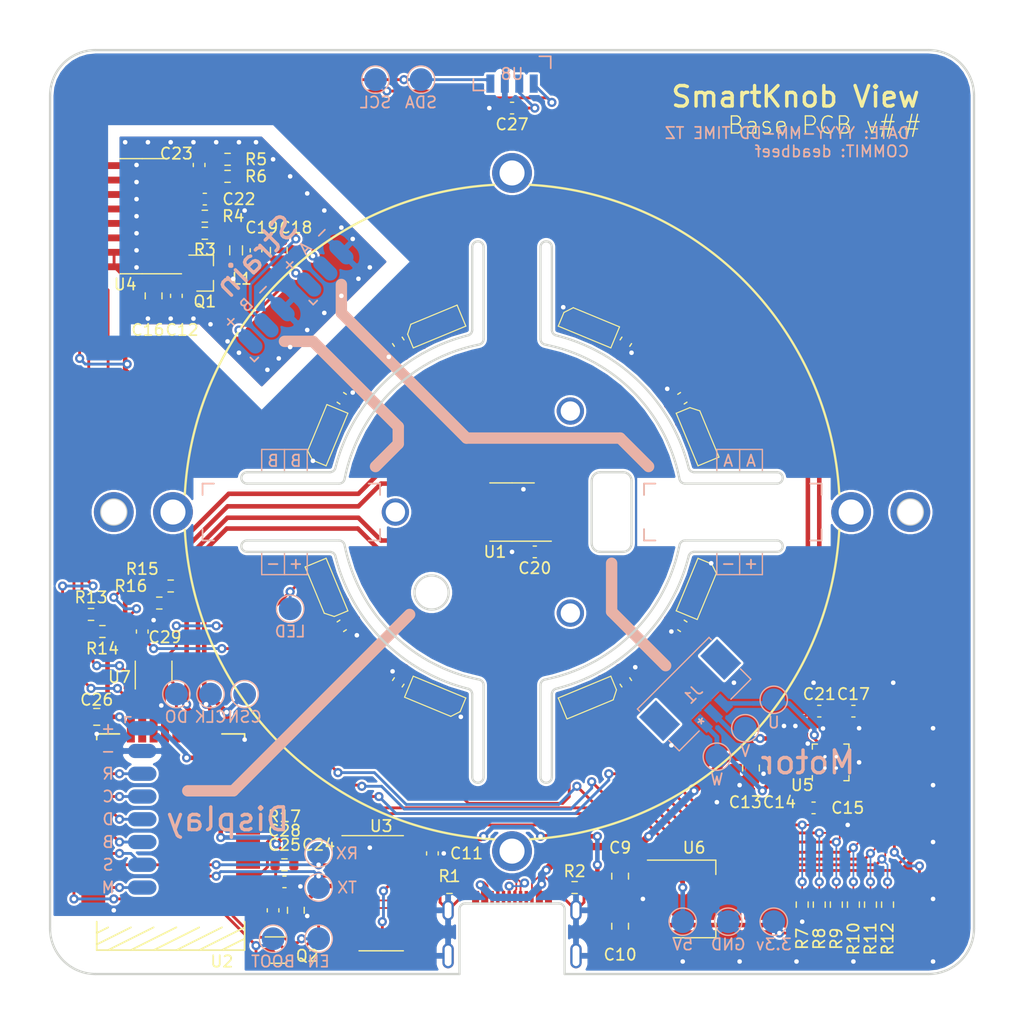
<source format=kicad_pcb>
(kicad_pcb (version 20211014) (generator pcbnew)
  (layers (0 "F.Cu" signal) (31 "B.Cu" signal) (34 "B.Paste" user) (35 "F.Paste" user) (36 "B.SilkS" user "B.Silkscreen") (37 "F.SilkS" user "F.Silkscreen") (38 "B.Mask" user) (39 "F.Mask" user) (44 "Edge.Cuts" user))
  (net 0 "")
  (net 1 "GND")
  (net 2 "+5V")
  (net 3 "Net-(D1-Pad3)")
  (net 4 "Net-(D2-Pad3)")
  (net 5 "Net-(D3-Pad3)")
  (net 6 "Net-(D4-Pad3)")
  (net 7 "Net-(D5-Pad3)")
  (net 8 "Net-(D6-Pad3)")
  (net 9 "Net-(D7-Pad3)")
  (net 10 "/USB_CC1")
  (net 11 "/USB_D-")
  (net 12 "/USB_D+")
  (net 13 "/USB_CC2")
  (net 14 "+3V3")
  (net 15 "Net-(C15-Pad2)")
  (net 16 "/STRAIN_E+")
  (net 17 "Net-(C21-Pad1)")
  (net 18 "Net-(C22-Pad2)")
  (net 19 "Net-(C23-Pad2)")
  (net 20 "Net-(C23-Pad1)")
  (net 21 "Net-(J1-Pad3)")
  (net 22 "Net-(J1-Pad2)")
  (net 23 "Net-(J1-Pad1)")
  (net 24 "Net-(L1-Pad1)")
  (net 25 "Net-(Q1-Pad1)")
  (net 26 "Net-(R3-Pad2)")
  (net 27 "/STRAIN_S-")
  (net 28 "/STRAIN_S+")
  (net 29 "/RTS")
  (net 30 "/DTR")
  (net 31 "/ESP32_EN")
  (net 32 "/ESP32_BOOT")
  (net 33 "/USB_SERIAL_RXI")
  (net 34 "/USB_SERIAL_TXO")
  (net 35 "/LED_DATA_5V")
  (net 36 "/LCD_CMD")
  (net 37 "/LCD_CS")
  (net 38 "/LCD_BACKLIGHT")
  (net 39 "/LCD_DATA")
  (net 40 "/LCD_SCK")
  (net 41 "/LCD_RST")
  (net 42 "/MAG_DO")
  (net 43 "/MAG_CLK")
  (net 44 "/MAG_CSN")
  (net 45 "/STRAIN_DO")
  (net 46 "/STRAIN_SCK")
  (net 47 "/TMC_UH")
  (net 48 "/TMC_VH")
  (net 49 "/TMC_WH")
  (net 50 "/TMC_UL")
  (net 51 "/TMC_WL")
  (net 52 "/TMC_VL")
  (net 53 "/TMC_DIAG")
  (net 54 "/LED_DATA_3V3")
  (net 55 "/SDA")
  (net 56 "/SCL")
  (net 57 "Net-(D8-Pad3)")
  (net 58 "Net-(H1-Pad1)")
  (net 59 "Net-(H2-Pad1)")
  (net 60 "Net-(H3-Pad1)")
  (net 61 "Net-(H4-Pad1)")
  (net 62 "Net-(H5-Pad1)")
  (net 63 "Net-(H6-Pad1)")
  (net 64 "Net-(H7-Pad1)")
  (net 65 "Net-(H8-Pad1)")
  (net 66 "Net-(H9-Pad1)")
  (net 67 "Net-(J2-PadA8)")
  (net 68 "Net-(J2-PadB8)")
  (net 69 "Net-(U1-Pad3)")
  (net 70 "Net-(U1-Pad5)")
  (net 71 "Net-(U2-Pad37)")
  (net 72 "Net-(U2-Pad32)")
  (net 73 "Net-(U2-Pad30)")
  (net 74 "Net-(U2-Pad27)")
  (net 75 "Net-(U2-Pad20)")
  (net 76 "Net-(U2-Pad19)")
  (net 77 "Net-(U2-Pad7)")
  (net 78 "Net-(U2-Pad6)")
  (net 79 "Net-(U2-Pad5)")
  (net 80 "Net-(U3-Pad15)")
  (net 81 "Net-(U3-Pad12)")
  (net 82 "Net-(U3-Pad11)")
  (net 83 "Net-(U3-Pad10)")
  (net 84 "Net-(U3-Pad9)")
  (net 85 "Net-(U3-Pad8)")
  (net 86 "Net-(U3-Pad7)")
  (net 87 "Net-(U4-Pad13)")
  (net 88 "Net-(U5-Pad19)")
  (net 89 "Net-(U7-Pad1)")
  (footprint "Capacitor_SMD:C_0603_1608Metric" (layer "F.Cu") (at 90 114.967 56.2)
    (fp_text reference "C2" hide)
    (fp_text value "0.1uF")
  )
  (footprint "Holes:MountingHole_M1.6" (layer "F.Cu") (at 105.125427 91.1225)
    (fp_text reference "H3" hide)
    (fp_text value "MotorHole")
  )
  (footprint "Holes:MountingHole_M1.6" (layer "F.Cu") (at 105.125427 108.877499)
    (fp_text reference "H1" hide)
    (fp_text value "MotorHole")
  )
  (footprint "Holes:MountingHole_M1.6" (layer "F.Cu") (at 89.749146 100)
    (fp_text reference "H2" hide)
    (fp_text value "MotorHole")
  )
  (footprint "Holes:MountingHole_2.2mm_M2_ISO7380_Pad_NonVirtual" (layer "F.Cu") (at 100 129.8)
    (fp_text reference "H4" hide)
    (fp_text value "MountHole")
  )
  (footprint "Holes:MountingHole_2.2mm_M2_ISO7380_Pad_NonVirtual" (layer "F.Cu") (at 70.2 100)
    (fp_text reference "H5" hide)
    (fp_text value "MountHole")
  )
  (footprint "Holes:MountingHole_2.2mm_M2_ISO7380_Pad_NonVirtual" (layer "F.Cu") (at 100 70.2)
    (fp_text reference "H6" hide)
    (fp_text value "MountHole")
  )
  (footprint "sk6812:SK6812-SIDE-A" (layer "F.Cu") (at 91.735336 115.248051 -22.5)
    (fp_text reference "D2" hide)
    (fp_text value "SK6812SIDE-A")
  )
  (footprint "Holes:MountingHole_2.2mm_M2_ISO7380_Pad_NonVirtual" (layer "F.Cu") (at 129.8 100)
    (fp_text reference "H7" hide)
    (fp_text value "MountHole")
  )
  (footprint "Capacitor_SMD:C_0603_1608Metric" (layer "F.Cu") (at 85.033 110 33.7)
    (fp_text reference "C1" hide)
    (fp_text value "0.1uF")
  )
  (footprint "sk6812:SK6812-SIDE-A" (layer "F.Cu") (at 83.374 104.938 -67.5)
    (fp_text reference "D1" hide)
    (fp_text value "SK6812SIDE-A")
  )
  (footprint "GCT_USB:USB4510_NoPaste" (layer "F.Cu") (at 100 140.6)
    (fp_text reference "J2")
    (fp_text value "USB_C_Receptacle_USB2.0")
    (fp_line (start 4.62 0) (end 4.62 -5.7) (layer "Edge.Cuts") (width 0.2))
    (fp_line (start -4.62 0) (end -4.62 -5.7) (layer "Edge.Cuts") (width 0.2))
    (fp_line (start -4.12 -6.2) (end 4.12 -6.2) (layer "Edge.Cuts") (width 0.2))
    (fp_arc (start -4.62 -5.7) (mid -4.473553 -6.053553) (end -4.12 -6.2) (layer "Edge.Cuts") (width 0.2))
    (fp_arc (start 4.12 -6.2) (mid 4.473553 -6.053553) (end 4.62 -5.7) (layer "Edge.Cuts") (width 0.2))
  )
  (footprint "Resistor_SMD:R_0603_1608Metric" (layer "F.Cu") (at 94.5 133 180)
    (fp_text reference "R1")
    (fp_text value "5.1k")
  )
  (footprint "Resistor_SMD:R_0603_1608Metric" (layer "F.Cu") (at 105.5 133)
    (fp_text reference "R2")
    (fp_text value "5.1k")
  )
  (footprint "lilygo_micro32:T-Micro32" (layer "F.Cu") (at 76.5 135 180)
    (fp_text reference "U2")
    (fp_text value "T-Micro32_Plus")
  )
  (footprint "Capacitor_SMD:C_0603_1608Metric" (layer "F.Cu") (at 93 130 -90)
    (fp_text reference "C11")
    (fp_text value "0.1uF")
  )
  (footprint "Capacitor_SMD:C_0805_2012Metric" (layer "F.Cu") (at 121 122.5 -90)
    (fp_text reference "C13")
    (fp_text value "22uF")
  )
  (footprint "Capacitor_SMD:C_0603_1608Metric" (layer "F.Cu") (at 123 122.5 -90)
    (fp_text reference "C14")
    (fp_text value "0.1uF")
  )
  (footprint "Capacitor_SMD:C_0603_1608Metric" (layer "F.Cu") (at 126.5 126)
    (fp_text reference "C15")
    (fp_text value "0.1uF")
  )
  (footprint "Capacitor_SMD:C_0805_2012Metric" (layer "F.Cu") (at 68.5 81 -90)
    (fp_text reference "C16")
    (fp_text value "10uF")
  )
  (footprint "Capacitor_SMD:C_0603_1608Metric" (layer "F.Cu") (at 130 117.5)
    (fp_text reference "C17")
    (fp_text value "0.1uF")
  )
  (footprint "Capacitor_SMD:C_0805_2012Metric" (layer "F.Cu") (at 79.5 77 90)
    (fp_text reference "C18")
    (fp_text value "10uF")
  )
  (footprint "Capacitor_SMD:C_0603_1608Metric" (layer "F.Cu") (at 73 72.5 180)
    (fp_text reference "C22")
    (fp_text value "0.1uF")
  )
  (footprint "Package_TO_SOT_SMD:SOT-23" (layer "F.Cu") (at 73 79)
    (fp_text reference "Q1")
    (fp_text value "MMBT4403")
  )
  (footprint "Resistor_SMD:R_0603_1608Metric" (layer "F.Cu") (at 73 74)
    (fp_text reference "R4")
    (fp_text value "8.2k")
  )
  (footprint "Resistor_SMD:R_0603_1608Metric" (layer "F.Cu") (at 75 70.5)
    (fp_text reference "R5")
    (fp_text value "100")
  )
  (footprint "Package_TO_SOT_SMD:SOT-223-3_TabPin2" (layer "F.Cu") (at 116 134)
    (fp_text reference "U6")
    (fp_text value "AP2114HA-3.3")
  )
  (footprint "Capacitor_SMD:C_0805_2012Metric" (layer "F.Cu") (at 63.5 118 180)
    (fp_text reference "C26")
    (fp_text value "10uF")
  )
  (footprint "Package_TO_SOT_SMD:SOT-363_SC-70-6" (layer "F.Cu") (at 79.5 138.5)
    (fp_text reference "Q2")
    (fp_text value "UMH3N")
  )
  (footprint "view_custom:ViewKeepouts3d" (layer "F.Cu") (at 100 100)
    (fp_text reference "Z5" hide)
    (fp_text value "dummy_keepouts")
  )
  (footprint "Package_SO:SOIC-16_3.9x9.9mm_P1.27mm" (layer "F.Cu") (at 88.5 133.5)
    (fp_text reference "U3")
    (fp_text value "CH340C")
  )
  (footprint "Capacitor_SMD:C_0603_1608Metric" (layer "F.Cu") (at 70.5 81 -90)
    (fp_text reference "C12")
    (fp_text value "0.1uF")
  )
  (footprint "Package_TO_SOT_SMD:SOT-23-5" (layer "F.Cu") (at 68.5 114 90)
    (fp_text reference "U7")
    (fp_text value "SN74LV1T34DBV")
  )
  (footprint "Capacitor_SMD:C_0603_1608Metric" (layer "F.Cu") (at 90 85.033 -56.3)
    (fp_text reference "C7" hide)
    (fp_text value "0.1uF")
  )
  (footprint "sk6812:SK6812-SIDE-A" (layer "F.Cu") (at 95.062 83.374 -157.5)
    (fp_text reference "D7" hide)
    (fp_text value "SK6812SIDE-A")
  )
  (footprint "sk6812:SK6812-SIDE-A" (layer "F.Cu") (at 84.751949 91.735336 -112.5)
    (fp_text reference "D8" hide)
    (fp_text value "SK6812SIDE-A")
  )
  (footprint "Capacitor_SMD:C_0603_1608Metric" (layer "F.Cu") (at 85.033 90 -33.8)
    (fp_text reference "C8" hide)
    (fp_text value "0.1uF")
  )
  (footprint "Inductor_SMD:L_0805_2012Metric" (layer "F.Cu") (at 75.75 77 -90)
    (fp_text reference "L1")
    (fp_text value "3.3uH")
  )
  (footprint "Modified:QFN-20-1EP_3x3mm_P0.4mm_EP1.65x1.65mm_ThermalVias_LargerViaHoles" (layer "F.Cu") (at 128 122 90)
    (fp_text reference "U5")
    (fp_text value "TMC6300")
  )
  (footprint "Capacitor_SMD:C_0603_1608Metric" (layer "F.Cu") (at 100 64.5 180)
    (fp_text reference "C27")
    (fp_text value "0.1uF")
  )
  (footprint "Capacitor_SMD:C_0603_1608Metric" (layer "F.Cu") (at 127 117.5 180)
    (fp_text reference "C21")
    (fp_text value "0.1uF")
  )
  (footprint "Resistor_SMD:R_0603_1608Metric" (layer "F.Cu") (at 70 106.5 180)
    (fp_text reference "R16")
    (fp_text value "2.2k")
  )
  (footprint "Package_SO:SOIC-8_3.9x4.9mm_P1.27mm" (layer "F.Cu") (at 100 100 180)
    (fp_text reference "U1")
    (fp_text value "MT6701-CT")
  )
  (footprint "Capacitor_SMD:C_0603_1608Metric" (layer "F.Cu") (at 102 103.5 180)
    (fp_text reference "C20")
    (fp_text value "0.1uF")
  )
  (footprint "Capacitor_SMD:C_0603_1608Metric" (layer "F.Cu") (at 67.5 110.5 90)
    (fp_text reference "C29")
    (fp_text value "0.1uF")
  )
  (footprint "Resistor_SMD:R_0603_1608Metric" (layer "F.Cu") (at 69 108)
    (fp_text reference "R15")
    (fp_text value "2.2k")
  )
  (footprint "Resistor_SMD:R_0603_1608Metric" (layer "F.Cu") (at 64 110.5 180)
    (fp_text reference "R14")
    (fp_text value "2.2k")
  )
  (footprint "Resistor_SMD:R_0603_1608Metric" (layer "F.Cu") (at 63 109 180)
    (fp_text reference "R13")
    (fp_text value "2.2k")
  )
  (footprint "Package_SO:SOIC-16_3.9x9.9mm_P1.27mm" (layer "F.Cu") (at 67.5 74 180)
    (fp_text reference "U4")
    (fp_text value "HX711")
  )
  (footprint "Resistor_SMD:R_0603_1608Metric" (layer "F.Cu") (at 75 69 180)
    (fp_text reference "R6")
    (fp_text value "100")
  )
  (footprint "Capacitor_SMD:C_0603_1608Metric" (layer "F.Cu") (at 77.5 77 90)
    (fp_text reference "C19")
    (fp_text value "0.1uF")
  )
  (footprint "Resistor_SMD:R_0603_1608Metric" (layer "F.Cu") (at 73 75.5 180)
    (fp_text reference "R3")
    (fp_text value "10k")
  )
  (footprint "Capacitor_SMD:C_0603_1608Metric" (layer "F.Cu") (at 72.5 69.5 -90)
    (fp_text reference "C23")
    (fp_text value "0.1uF")
  )
  (footprint "Resistor_SMD:R_0603_1608Metric" (layer "F.Cu") (at 125.5 134.5 -90)
    (fp_text reference "R7")
    (fp_text value "10k")
  )
  (footprint "Resistor_SMD:R_0603_1608Metric" (layer "F.Cu") (at 127 134.5 -90)
    (fp_text reference "R8")
    (fp_text value "10k")
  )
  (footprint "Resistor_SMD:R_0603_1608Metric" (layer "F.Cu") (at 133 134.5 -90)
    (fp_text reference "R12")
    (fp_text value "10k")
  )
  (footprint "Resistor_SMD:R_0603_1608Metric" (layer "F.Cu") (at 128.5 134.5 -90)
    (fp_text reference "R9")
    (fp_text value "10k")
  )
  (footprint "Resistor_SMD:R_0603_1608Metric" (layer "F.Cu") (at 130 134.5 -90)
    (fp_text reference "R10")
    (fp_text value "10k")
  )
  (footprint "Resistor_SMD:R_0603_1608Metric" (layer "F.Cu") (at 131.5 134.5 -90)
    (fp_text reference "R11")
    (fp_text value "10k")
  )
  (footprint "Resistor_SMD:R_0603_1608Metric" (layer "F.Cu") (at 80 131 180)
    (fp_text reference "R17")
    (fp_text value "10k")
  )
  (footprint "Capacitor_SMD:C_0603_1608Metric" (layer "F.Cu") (at 80 132.5)
    (fp_text reference "C28")
    (fp_text value "1uF")
  )
  (footprint "Capacitor_SMD:C_0603_1608Metric" (layer "F.Cu") (at 79 135 -90)
    (fp_text reference "C25")
    (fp_text value "0.1uF")
  )
  (footprint "Capacitor_SMD:C_0805_2012Metric" (layer "F.Cu") (at 109.5 136.4 90)
    (fp_text reference "C10")
    (fp_text value "10uF")
  )
  (footprint "Capacitor_SMD:C_0805_2012Metric" (layer "F.Cu") (at 109.5 132 -90)
    (fp_text reference "C9")
    (fp_text value "10uF")
  )
  (footprint "BOM_Only:bom_only_no_pin" (layer "F.Cu") (at 120.4 71.8)
    (fp_text reference "Z6")
    (fp_text value "RotorScrew (BOM-only)")
  )
  (footprint "BOM_Only:bom_only_no_pin" (layer "F.Cu") (at 121.9 71.8)
    (fp_text reference "Z7")
    (fp_text value "RotorScrew (BOM-only)")
  )
  (footprint "BOM_Only:bom_only_no_pin" (layer "F.Cu") (at 123.4 71.8)
    (fp_text reference "Z8")
    (fp_text value "RotorScrew (BOM-only)")
  )
  (footprint "BOM_Only:bom_only_no_pin" (layer "F.Cu") (at 120.4 71.8)
    (fp_text reference "Z9")
    (fp_text value "WatchGlass39.5mm")
  )
  (footprint "BOM_Only:bom_only_no_pin" (layer "F.Cu") (at 121.9 71.8)
    (fp_text reference "Z10")
    (fp_text value "BLDCMotor")
  )
  (footprint "Holes:MountingHole_2.2mm_M2_ISO7380_Pad_NonVirtual" (layer "F.Cu") (at 135 100)
    (fp_text reference "H8" hide)
    (fp_text value "AlignmentHole")
  )
  (footprint "Holes:MountingHole_2.2mm_M2_ISO7380_Pad_NonVirtual" (layer "F.Cu") (at 65 100)
    (fp_text reference "H9" hide)
    (fp_text value "AlignmentHole")
  )
  (footprint "Capacitor_SMD:C_0805_2012Metric" (layer "F.Cu") (at 81 135 -90)
    (fp_text reference "C24")
    (fp_text value "10uF")
  )
  (footprint "Capacitor_SMD:C_0603_1608Metric" (layer "F.Cu") (at 110 85.033 -123.8)
    (fp_text reference "C6" hide)
    (fp_text value "0.1uF")
  )
  (footprint "Capacitor_SMD:C_0603_1608Metric" (layer "F.Cu") (at 110 114.967 123.7)
    (fp_text reference "C3" hide)
    (fp_text value "0.1uF")
  )
  (footprint "sk6812:SK6812-SIDE-A" (layer "F.Cu") (at 108.264664 84.751949 157.5)
    (fp_text reference "D6" hide)
    (fp_text value "SK6812SIDE-A")
  )
  (footprint "Capacitor_SMD:C_0603_1608Metric" (layer "F.Cu") (at 114.967 110 146.2)
    (fp_text reference "C4" hide)
    (fp_text value "0.1uF")
  )
  (footprint "Capacitor_SMD:C_0603_1608Metric" (layer "F.Cu") (at 114.967 90 -146.3)
    (fp_text reference "C5" hide)
    (fp_text value "0.1uF")
  )
  (footprint "sk6812:SK6812-SIDE-A" (layer "F.Cu") (at 104.938 116.626 22.5)
    (fp_text reference "D3" hide)
    (fp_text value "SK6812SIDE-A")
  )
  (footprint "sk6812:SK6812-SIDE-A" (layer "F.Cu") (at 116.626 95.062 112.5)
    (fp_text reference "D5" hide)
    (fp_text value "SK6812SIDE-A")
  )
  (footprint "sk6812:SK6812-SIDE-A" (layer "F.Cu") (at 115.248051 108.264664 67.5)
    (fp_text reference "D4" hide)
    (fp_text value "SK6812SIDE-A")
  )
  (footprint "strain:BF350-3AA" (layer "B.Cu") (at 76.8 100 -90)
    (fp_text reference "Z4")
    (fp_text value "BF350-3AA Strain Gauge")
  )
  (footprint "strain:BF350-3AA" (layer "B.Cu") (at 115.6 100 -90)
    (fp_text reference "Z1")
    (fp_text value "BF350-3AA Strain Gauge")
  )
  (footprint "strain:BF350-3AA" (layer "B.Cu") (at 84.4 100 90)
    (fp_text reference "Z3")
    (fp_text value "BF350-3AA Strain Gauge")
  )
  (footprint "SolderPads:SolderPads_2mm_8" (layer "B.Cu") (at 67.5 119 -90)
    (fp_text reference "J3" hide)
    (fp_text value "LCD")
  )
  (footprint "SolderPads:SolderPads_2mm_3_STRAIN" (layer "B.Cu") (at 82.171573 80 45)
    (fp_text reference "J4" hide)
    (fp_text value "A")
  )
  (footprint "strain:BF350-3AA" (layer "B.Cu") (at 123.2 100 90)
    (fp_text reference "Z2")
    (fp_text value "BF350-3AA Strain Gauge")
  )
  (footprint "VEML7700:VEML7700-TOP" (layer "B.Cu") (at 100 61 180)
    (fp_text reference "U8")
    (fp_text value "VEML7700")
  )
  (footprint "SolderPads:SolderPads_2mm_3_STRAIN" (layer "B.Cu") (at 77 85 45)
    (fp_text reference "J5" hide)
    (fp_text value "B")
  )
  (footprint "Molex:532610371" (layer "B.Cu") (at 116.816 118.584 45)
    (fp_text reference "J1")
    (fp_text value "BLDC" hide)
  )
  (footprint "Modified:TestPoint_Pad_D2.0mm_ValueSilk" (layer "B.Cu") (at 115 136)
    (fp_text reference "TP1" hide)
    (fp_text value "5V" hide)
  )
  (footprint "Modified:TestPoint_Pad_D2.0mm_ValueSilk" (layer "B.Cu") (at 123 136)
    (fp_text reference "TP2" hide)
    (fp_text value "3.3v" hide)
  )
  (footprint "Modified:TestPoint_Pad_D2.0mm_ValueSilk" (layer "B.Cu") (at 119 136)
    (fp_text reference "TP3" hide)
    (fp_text value "GND" hide)
  )
  (footprint "Modified:TestPoint_Pad_D2.0mm_ValueSilk" (layer "B.Cu") (at 92 62)
    (fp_text reference "TP4" hide)
    (fp_text value "SDA" hide)
  )
  (footprint "Modified:TestPoint_Pad_D2.0mm_ValueSilk" (layer "B.Cu") (at 88 62)
    (fp_text reference "TP5" hide)
    (fp_text value "SCL" hide)
  )
  (footprint "Modified:TestPoint_Pad_D2.0mm_ValueSilk" (layer "B.Cu") (at 123 116.5)
    (fp_text reference "TP6" hide)
    (fp_text value "U" hide)
  )
  (footprint "Modified:TestPoint_Pad_D2.0mm_ValueSilk" (layer "B.Cu") (at 120.5 119)
    (fp_text reference "TP7" hide)
    (fp_text value "V" hide)
  )
  (footprint "Modified:TestPoint_Pad_D2.0mm_ValueSilk" (layer "B.Cu") (at 118 121.5)
    (fp_text reference "TP8" hide)
    (fp_text value "W" hide)
  )
  (footprint "Modified:TestPoint_Pad_D2.0mm_ValueSilk" (layer "B.Cu") (at 76.5 116)
    (fp_text reference "TP9" hide)
    (fp_text value "CSN" hide)
  )
  (footprint "Modified:TestPoint_Pad_D2.0mm_ValueSilk" (layer "B.Cu") (at 70.5 116)
    (fp_text reference "TP11" hide)
    (fp_text value "DO" hide)
  )
  (footprint "Modified:TestPoint_Pad_D2.0mm_ValueSilk" (layer "B.Cu") (at 80.5 108.5)
    (fp_text reference "TP12" hide)
    (fp_text value "LED" hide)
  )
  (footprint "Modified:TestPoint_Pad_D2.0mm_ValueSilk" (layer "B.Cu") (at 73.5 116)
    (fp_text reference "TP10" hide)
    (fp_text value "CLK" hide)
  )
  (footprint "Modified:TestPoint_Pad_D2.0mm_ValueSilk" (layer "B.Cu") (at 83 137.5)
    (fp_text reference "TP13" hide)
    (fp_text value "EN" hide)
  )
  (footprint "Modified:TestPoint_Pad_D2.0mm_ValueSilk" (layer "B.Cu") (at 79 137.5)
    (fp_text reference "TP14" hide)
    (fp_text value "BOOT" hide)
  )
  (footprint "Modified:TestPoint_Pad_D2.0mm_ValueSilk" (layer "B.Cu") (at 83 133 180)
    (fp_text reference "TP15" hide)
    (fp_text value "TX" hide)
  )
  (footprint "Modified:TestPoint_Pad_D2.0mm_ValueSilk" (layer "B.Cu") (at 83 130 180)
    (fp_text reference "TP16" hide)
    (fp_text value "RX" hide)
  )
  (gr_line (start 78 96.5) (end 78 94.5) (layer "B.SilkS") (width 0.12))
  (gr_line (start 78 103.5) (end 78 105.5) (layer "B.SilkS") (width 0.12))
  (gr_line (start 80 96.5) (end 80 94.5) (layer "B.SilkS") (width 0.12))
  (gr_line (start 82 105.5) (end 82 103.5) (layer "B.SilkS") (width 0.12))
  (gr_line (start 78 105.5) (end 82 105.5) (layer "B.SilkS") (width 0.12))
  (gr_line (start 78 94.5) (end 82 94.5) (layer "B.SilkS") (width 0.12))
  (gr_line (start 82 94.5) (end 82 96.5) (layer "B.SilkS") (width 0.12))
  (gr_line (start 80 105.5) (end 80 103.5) (layer "B.SilkS") (width 0.12))
  (gr_line (start 90 94) (end 90 92.5) (layer "B.SilkS") (width 1))
  (gr_line (start 96 93.5) (end 85 82.5) (layer "B.SilkS") (width 1))
  (gr_line (start 75.5 124.5) (end 71.5 124.5) (layer "B.SilkS") (width 1))
  (gr_line (start 88 96) (end 90 94) (layer "B.SilkS") (width 1))
  (gr_line (start 112 96) (end 109.5 93.5) (layer "B.SilkS") (width 1))
  (gr_line (start 108.75 104.5) (end 108.75 108.75) (layer "B.SilkS") (width 1))
  (gr_line (start 118 103.5) (end 118 105.5) (layer "B.SilkS") (width 0.12))
  (gr_line (start 108.75 108.75) (end 113.5 113.5) (layer "B.SilkS") (width 1))
  (gr_line (start 82.5 85) (end 80 85) (layer "B.SilkS") (width 1))
  (gr_line (start 122 94.5) (end 122 96.5) (layer "B.SilkS") (width 0.12))
  (gr_line (start 85 82.5) (end 85 80) (layer "B.SilkS") (width 1))
  (gr_line (start 118 96.5) (end 118 94.5) (layer "B.SilkS") (width 0.12))
  (gr_line (start 90 92.5) (end 82.5 85) (layer "B.SilkS") (width 1))
  (gr_line (start 120 96.5) (end 120 94.5) (layer "B.SilkS") (width 0.12))
  (gr_line (start 91 109) (end 75.5 124.5) (layer "B.SilkS") (width 1))
  (gr_line (start 122 105.5) (end 122 103.5) (layer "B.SilkS") (width 0.12))
  (gr_line (start 118 94.5) (end 122 94.5) (layer "B.SilkS") (width 0.12))
  (gr_line (start 120 105.5) (end 120 103.5) (layer "B.SilkS") (width 0.12))
  (gr_line (start 118 105.5) (end 122 105.5) (layer "B.SilkS") (width 0.12))
  (gr_line (start 109.5 93.5) (end 96 93.5) (layer "B.SilkS") (width 1))
  (gr_arc (start 101.547847 71.241625) (mid 120.35786 79.628512) (end 128.757333 98.432908) (layer "F.SilkS") (width 0.2))
  (gr_arc (start 128.758375 101.547847) (mid 120.371488 120.35786) (end 101.567092 128.757333) (layer "F.SilkS") (width 0.2))
  (gr_arc (start 71.241625 98.452153) (mid 79.628512 79.64214) (end 98.432908 71.242667) (layer "F.SilkS") (width 0.2))
  (gr_arc (start 98.452153 128.758375) (mid 79.64214 120.371488) (end 71.242667 101.567092) (layer "F.SilkS") (width 0.2))
  (gr_line (start 84.793094 102.499999) (end 76.709801 102.499999) (layer "Edge.Cuts") (width 0.2))
  (gr_line (start 96.5 116.00781) (end 96.5 123.290199) (layer "Edge.Cuts") (width 0.2))
  (gr_line (start 97.5 123.290199) (end 97.500001 115.206906) (layer "Edge.Cuts") (width 0.2))
  (gr_arc (start 103.499999 116.00781) (mid 103.605914 115.700081) (end 103.878787 115.522725) (layer "Edge.Cuts") (width 0.2))
  (gr_arc (start 97.5 123.290199) (mid 97 123.790199) (end 96.5 123.290199) (layer "Edge.Cuts") (width 0.2))
  (gr_arc (start 114.71636 102.903226) (mid 110.606601 110.606601) (end 102.903225 114.71636) (layer "Edge.Cuts") (width 0.2))
  (gr_arc (start 114.716361 102.903226) (mid 114.889406 102.613745) (end 115.206906 102.5) (layer "Edge.Cuts") (width 0.2))
  (gr_arc (start 115.522725 103.878788) (mid 111.313708 111.313709) (end 103.878787 115.522725) (layer "Edge.Cuts") (width 0.2))
  (gr_arc (start 110.499999 102.75) (mid 110.280329 103.28033) (end 109.749999 103.5) (layer "Edge.Cuts") (width 0.2))
  (gr_arc (start 115.522726 103.878787) (mid 115.700082 103.605915) (end 116.00781 103.5) (layer "Edge.Cuts") (width 0.2))
  (gr_line (start 110.499999 102.75) (end 110.499999 97.250001) (layer "Edge.Cuts") (width 0.2))
  (gr_arc (start 123.290199 96.500001) (mid 123.790199 97.000001) (end 123.290199 97.500001) (layer "Edge.Cuts") (width 0.2))
  (gr_arc (start 103.499999 123.290199) (mid 102.999999 123.790199) (end 102.499999 123.290199) (layer "Edge.Cuts") (width 0.2))
  (gr_line (start 103.499999 123.290199) (end 103.499999 116.00781) (layer "Edge.Cuts") (width 0.2))
  (gr_arc (start 109.749999 96.500001) (mid 110.280329 96.719671) (end 110.499999 97.250001) (layer "Edge.Cuts") (width 0.2))
  (gr_line (start 109.749999 96.500001) (end 107.749999 96.500001) (layer "Edge.Cuts") (width 0.2))
  (gr_arc (start 106.999999 97.250001) (mid 107.219669 96.719671) (end 107.749999 96.500001) (layer "Edge.Cuts") (width 0.2))
  (gr_line (start 106.999999 97.250001) (end 106.999999 102.75) (layer "Edge.Cuts") (width 0.2))
  (gr_circle (center 92.928933 107.071067) (end 94.428933 107.071067) (layer "Edge.Cuts") (width 0.2) (fill none))
  (gr_line (start 116.00781 103.5) (end 123.290199 103.5) (layer "Edge.Cuts") (width 0.2))
  (gr_arc (start 107.749999 103.5) (mid 107.219669 103.28033) (end 106.999999 102.75) (layer "Edge.Cuts") (width 0.2))
  (gr_arc (start 102.903226 85.28364) (mid 110.606601 89.393399) (end 114.71636 97.096775) (layer "Edge.Cuts") (width 0.2))
  (gr_line (start 115.206906 97.500001) (end 123.290199 97.500001) (layer "Edge.Cuts") (width 0.2))
  (gr_arc (start 96.121212 115.522725) (mid 88.686291 111.313708) (end 84.477275 103.878787) (layer "Edge.Cuts") (width 0.2))
  (gr_arc (start 115.206906 97.500002) (mid 114.889405 97.386257) (end 114.71636 97.096775) (layer "Edge.Cuts") (width 0.2))
  (gr_arc (start 102.499998 115.206906) (mid 102.613743 114.889405) (end 102.903225 114.71636) (layer "Edge.Cuts") (width 0.2))
  (gr_arc (start 140.6 136.599999) (mid 139.428427 139.428426) (end 136.6 140.599999) (layer "Edge.Cuts") (width 0.2))
  (gr_line (start 123.290199 102.5) (end 115.206906 102.5) (layer "Edge.Cuts") (width 0.2))
  (gr_arc (start 76.709801 103.499999) (mid 76.209801 102.999999) (end 76.709801 102.499999) (layer "Edge.Cuts") (width 0.2))
  (gr_arc (start 97.096774 114.71636) (mid 89.393399 110.606601) (end 85.28364 102.903225) (layer "Edge.Cuts") (width 0.2))
  (gr_arc (start 83.99219 103.499999) (mid 84.299919 103.605914) (end 84.477275 103.878787) (layer "Edge.Cuts") (width 0.2))
  (gr_arc (start 97.096774 114.71636) (mid 97.386256 114.889405) (end 97.500001 115.206906) (layer "Edge.Cuts") (width 0.2))
  (gr_line (start 76.709801 103.499999) (end 83.99219 103.499999) (layer "Edge.Cuts") (width 0.2))
  (gr_line (start 102.499999 115.206906) (end 102.499999 123.290199) (layer "Edge.Cuts") (width 0.2))
  (gr_arc (start 84.793094 102.499998) (mid 85.110595 102.613743) (end 85.28364 102.903225) (layer "Edge.Cuts") (width 0.2))
  (gr_line (start 107.749999 103.5) (end 109.749999 103.5) (layer "Edge.Cuts") (width 0.2))
  (gr_arc (start 102.903226 85.283639) (mid 102.613745 85.110594) (end 102.5 84.793094) (layer "Edge.Cuts") (width 0.2))
  (gr_line (start 123.290199 96.500001) (end 116.00781 96.500001) (layer "Edge.Cuts") (width 0.2))
  (gr_arc (start 123.290199 102.5) (mid 123.790199 103) (end 123.290199 103.5) (layer "Edge.Cuts") (width 0.2))
  (gr_arc (start 96.121213 115.522726) (mid 96.394085 115.700082) (end 96.5 116.00781) (layer "Edge.Cuts") (width 0.2))
  (gr_arc (start 59.400001 63.4) (mid 60.571574 60.571573) (end 63.400001 59.4) (layer "Edge.Cuts") (width 0.2))
  (gr_arc (start 136.6 59.4) (mid 139.428427 60.571573) (end 140.6 63.4) (layer "Edge.Cuts") (width 0.2))
  (gr_line (start 59.400001 136.599999) (end 59.400001 63.4) (layer "Edge.Cuts") (width 0.2))
  (gr_line (start 136.6 140.599999) (end 104.619999 140.6) (layer "Edge.Cuts") (width 0.2))
  (gr_circle (center 65 100) (end 66.1 100) (layer "Edge.Cuts") (width 0.2) (fill none))
  (gr_circle (center 135 100) (end 136.1 100) (layer "Edge.Cuts") (width 0.2) (fill none))
  (gr_line (start 95.38 140.6) (end 63.400001 140.599999) (layer "Edge.Cuts") (width 0.2))
  (gr_arc (start 63.400001 140.599999) (mid 60.571574 139.428426) (end 59.400001 136.599999) (layer "Edge.Cuts") (width 0.2))
  (gr_line (start 140.6 63.4) (end 140.6 136.599999) (layer "Edge.Cuts") (width 0.2))
  (gr_line (start 63.400001 59.4) (end 136.6 59.4) (layer "Edge.Cuts") (width 0.2))
  (gr_arc (start 97.500002 84.793094) (mid 97.386257 85.110595) (end 97.096775 85.28364) (layer "Edge.Cuts") (width 0.2))
  (gr_arc (start 103.878788 84.477275) (mid 111.313709 88.686292) (end 115.522725 96.121213) (layer "Edge.Cuts") (width 0.2))
  (gr_arc (start 103.878787 84.477274) (mid 103.605915 84.299918) (end 103.5 83.99219) (layer "Edge.Cuts") (width 0.2))
  (gr_arc (start 102.5 76.709801) (mid 103 76.209801) (end 103.5 76.709801) (layer "Edge.Cuts") (width 0.2))
  (gr_line (start 83.99219 96.5) (end 76.709801 96.5) (layer "Edge.Cuts") (width 0.2))
  (gr_line (start 102.5 76.709801) (end 102.5 84.793094) (layer "Edge.Cuts") (width 0.2))
  (gr_arc (start 116.00781 96.500001) (mid 115.700081 96.394086) (end 115.522725 96.121213) (layer "Edge.Cuts") (width 0.2))
  (gr_arc (start 85.28364 97.096774) (mid 89.393399 89.393399) (end 97.096775 85.28364) (layer "Edge.Cuts") (width 0.2))
  (gr_line (start 96.500001 76.709801) (end 96.500001 83.99219) (layer "Edge.Cuts") (width 0.2))
  (gr_line (start 103.5 83.99219) (end 103.5 76.709801) (layer "Edge.Cuts") (width 0.2))
  (gr_line (start 76.709801 97.5) (end 84.793094 97.5) (layer "Edge.Cuts") (width 0.2))
  (gr_arc (start 96.500001 83.99219) (mid 96.394086 84.299919) (end 96.121213 84.477275) (layer "Edge.Cuts") (width 0.2))
  (gr_arc (start 84.477275 96.121212) (mid 88.686292 88.686291) (end 96.121213 84.477275) (layer "Edge.Cuts") (width 0.2))
  (gr_arc (start 76.709801 97.5) (mid 76.209801 97) (end 76.709801 96.5) (layer "Edge.Cuts") (width 0.2))
  (gr_arc (start 85.283638 97.096775) (mid 85.110593 97.386256) (end 84.793094 97.5) (layer "Edge.Cuts") (width 0.2))
  (gr_line (start 97.500001 84.793094) (end 97.500001 76.709801) (layer "Edge.Cuts") (width 0.2))
  (gr_arc (start 96.500001 76.709801) (mid 97.000001 76.209801) (end 97.500001 76.709801) (layer "Edge.Cuts") (width 0.2))
  (gr_arc (start 84.477274 96.121213) (mid 84.299918 96.394085) (end 83.99219 96.5) (layer "Edge.Cuts") (width 0.2))
  (gr_text "B" (at 79 95.5) (layer "B.SilkS") (effects (font (size 1 1)) (justify mirror)))
  (gr_text "B" (at 81 95.5) (layer "B.SilkS") (effects (font (size 1 1)) (justify mirror)))
  (gr_text "-" (at 79 104.5) (layer "B.SilkS") (effects (font (size 1 1)) (justify mirror)))
  (gr_text "+" (at 81 104.5) (layer "B.SilkS") (effects (font (size 1 1)) (justify mirror)))
  (gr_text "Motor" (at 126 122) (layer "B.SilkS") (effects (font (size 2 2) (thickness 0.3)) (justify mirror)))
  (gr_text "Display" (at 75 127) (layer "B.SilkS") (effects (font (size 2 2) (thickness 0.3)) (justify mirror)))
  (gr_text "+" (at 64.5 119) (layer "B.SilkS") (effects (font (size 1 1)) (justify mirror)))
  (gr_text "C" (at 64.5 125) (layer "B.SilkS") (effects (font (size 1 1)) (justify mirror)))
  (gr_text "S" (at 64.5 131) (layer "B.SilkS") (effects (font (size 1 1)) (justify mirror)))
  (gr_text "+" (at 121 104.5) (layer "B.SilkS") (effects (font (size 1 1)) (justify mirror)))
  (gr_text "M" (at 64.5 133) (layer "B.SilkS") (effects (font (size 1 1)) (justify mirror)))
  (gr_text "-" (at 64.5 121) (layer "B.SilkS") (effects (font (size 1 1)) (justify mirror)))
  (gr_text "D" (at 64.5 127) (layer "B.SilkS") (effects (font (size 1 1)) (justify mirror)))
  (gr_text "R" (at 64.5 123) (layer "B.SilkS") (effects (font (size 1 1)) (justify mirror)))
  (gr_text "B" (at 64.5 129) (layer "B.SilkS") (effects (font (size 1 1)) (justify mirror)))
  (gr_text "DATE: YYYY-MM-DD TIME TZ\nCOMMIT: deadbeef\n" (at 135 67.5) (layer "B.SilkS") (effects (font (size 1 1)) (justify left mirror)))
  (gr_text "Strain" (at 77.5 77.5 45) (layer "B.SilkS") (effects (font (size 2 2) (thickness 0.3)) (justify mirror)))
  (gr_text "A" (at 121 95.5) (layer "B.SilkS") (effects (font (size 1 1)) (justify mirror)))
  (gr_text "A" (at 119 95.5) (layer "B.SilkS") (effects (font (size 1 1)) (justify mirror)))
  (gr_text "-" (at 119 104.5) (layer "B.SilkS") (effects (font (size 1 1)) (justify mirror)))
  (gr_text "Base PCB v#.#" (at 136 66) (layer "F.SilkS") (effects (font (size 1.5 1.5) (thickness 0.12)) (justify right)))
  (gr_text "SmartKnob View" (at 136 63.5) (layer "F.SilkS") (effects (font (size 1.8 1.8) (thickness 0.3)) (justify right)))
  (segment (start 104.938698 82.438698) (end 104.5 82) (width 0.25) (layer "F.Cu") (net 1))
  (segment (start 114.322987 109.568871) (end 114.322987 110.177013) (width 0.25) (layer "F.Cu") (net 1))
  (segment (start 104.938698 83.374289) (end 104.938698 82.438698) (width 0.25) (layer "F.Cu") (net 1))
  (segment (start 114.322987 110.177013) (end 114 110.5) (width 0.25) (layer "F.Cu") (net 1))
  (segment (start 108.263966 115.24834) (end 108.643892 115.24834) (width 0.25) (layer "F.Cu") (net 1))
  (segment (start 108.643892 115.24834) (end 109.569996 114.322236) (width 0.25) (layer "F.Cu") (net 1))
  (segment (start 110.145089 114.322236) (end 110.828626 113.638699) (width 0.25) (layer "F.Cu") (net 1))
  (segment (start 109.569996 114.322236) (end 110.145089 114.322236) (width 0.25) (layer "F.Cu") (net 1))
  (segment (start 101.095 98.095) (end 101 98) (width 0.25) (layer "F.Cu") (net 1))
  (segment (start 101.225 103.5) (end 100 103.5) (width 0.25) (layer "F.Cu") (net 1))
  (segment (start 102.475 98.095) (end 101.095 98.095) (width 0.25) (layer "F.Cu") (net 1))
  (segment (start 86.025 129.055) (end 87.055 129.055) (width 0.25) (layer "F.Cu") (net 1))
  (segment (start 85.677764 110.145089) (end 86.361301 110.828626) (width 0.25) (layer "F.Cu") (net 1))
  (segment (start 114.322236 90.430004) (end 114.322236 89.854911) (width 0.25) (layer "F.Cu") (net 1))
  (segment (start 85.677764 109.569996) (end 85.677764 110.145089) (width 0.25) (layer "F.Cu") (net 1))
  (segment (start 90.431129 114.322987) (end 89.822987 114.322987) (width 0.25) (layer "F.Cu") (net 1))
  (segment (start 81.000001 132.500001) (end 81.4 132.9) (width 0.25) (layer "F.Cu") (net 1))
  (segment (start 127.6 119.294819) (end 127.32499 119.019809) (width 0.15) (layer "F.Cu") (net 1))
  (segment (start 89.854911 85.677764) (end 89.171374 86.361301) (width 0.25) (layer "F.Cu") (net 1))
  (segment (start 115.24834 91.736034) (end 115.24834 91.356108) (width 0.25) (layer "F.Cu") (net 1))
  (segment (start 110.177013 85.677013) (end 110.5 86) (width 0.25) (layer "F.Cu") (net 1))
  (segment (start 66.945 69.555) (end 67 69.5) (width 0.25) (layer "F.Cu") (net 1))
  (segment (start 126.55 122.8) (end 124.025 122.8) (width 0.25) (layer "F.Cu") (net 1))
  (segment (start 87.055 129.055) (end 87.5 129.5) (width 0.25) (layer "F.Cu") (net 1))
  (segment (start 109.5 132.95) (end 111.8 132.95) (width 0.4) (layer "F.Cu") (net 1))
  (segment (start 96.8 133.85) (end 95.53 133.85) (width 0.25) (layer "F.Cu") (net 1))
  (segment (start 63.5 135) (end 65 135) (width 0.25) (layer "F.Cu") (net 1))
  (segment (start 89.822987 114.322987) (end 89.5 114) (width 0.25) (layer "F.Cu") (net 1))
  (segment (start 83.374289 95.061302) (end 82.938698 95.061302) (width 0.25) (layer "F.Cu") (net 1))
  (segment (start 84.75166 108.263966) (end 84.75166 108.643892) (width 0.25) (layer "F.Cu") (net 1))
  (segment (start 130.775 117.5) (end 130.775 118.725) (width 0.25) (layer "F.Cu") (net 1))
  (segment (start 127.6 120.55) (end 127.6 119.294819) (width 0.15) (layer "F.Cu") (net 1))
  (segment (start 122.047533 122.997533) (end 122 122.95) (width 0.65) (layer "F.Cu") (net 1))
  (segment (start 99.225 64.5) (end 98 64.5) (width 0.25) (layer "F.Cu") (net 1))
  (segment (start 126.55 121.2) (end 126.55 120.908226) (width 0.25) (layer "F.Cu") (net 1))
  (segment (start 130.1 121.6) (end 130.5 122) (width 0.15) (layer "F.Cu") (net 1))
  (segment (start 95.53 133.85) (end 94.38 135) (width 0.25) (layer "F.Cu") (net 1))
  (segment (start 85.677013 89.822987) (end 86 89.5) (width 0.25) (layer "F.Cu") (net 1))
  (segment (start 111.4 135.45) (end 112.85 134) (width 0.4) (layer "F.Cu") (net 1))
  (segment (start 91.736034 84.75166) (end 91.356108 84.75166) (width 0.25) (layer "F.Cu") (net 1))
  (segment (start 93.675 134.295) (end 94.38 135) (width 0.25) (layer "F.Cu") (net 1))
  (segment (start 82.938698 95.061302) (end 82.5 95.5) (width 0.25) (layer "F.Cu") (net 1))
  (segment (start 120.45 124) (end 121 123.45) (width 0.65) (layer "F.Cu") (net 1))
  (segment (start 69.45 116.72501) (end 69.17501 117) (width 0.25) (layer "F.Cu") (net 1))
  (segment (start 91.356108 84.75166) (end 90.430004 85.677764) (width 0.25) (layer "F.Cu") (net 1))
  (segment (start 68 109.5) (end 68.5 109.5) (width 0.25) (layer "F.Cu") (net 1))
  (segment (start 78.225 135) (end 79 135.775) (width 0.25) (layer "F.Cu") (net 1))
  (segment (start 120 124) (end 120.45 124) (width 0.65) (layer "F.Cu") (net 1))
  (segment (start 93.675 133) (end 93.675 134.295) (width 0.25) (layer "F.Cu") (net 1))
  (segment (start 109.5 135.45) (end 111.4 135.45) (width 0.4) (layer "F.Cu") (net 1))
  (segment (start 81 135.95) (end 81.55 135.95) (width 0.25) (layer "F.Cu") (net 1))
  (segment (start 126.225 117.5) (end 126.2 117.5) (width 0.25) (layer "F.Cu") (net 1))
  (segment (start 103.2 133.85) (end 104.47 133.85) (width 0.25) (layer "F.Cu") (net 1))
  (segment (start 84.75166 108.643892) (end 85.677764 109.569996) (width 0.25) (layer "F.Cu") (net 1))
  (segment (start 81.55 135.95) (end 82 135.5) (width 0.25) (layer "F.Cu") (net 1))
  (segment (start 76.5 121) (end 76.5 120) (width 0.25) (layer "F.Cu") (net 1))
  (segment (start 80.775 132.5) (end 81.000001 132.500001) (width 0.25) (layer "F.Cu") (net 1))
  (segment (start 65.025 75.905) (end 66.595 75.905) (width 0.25) (layer "F.Cu") (net 1))
  (segment (start 65.025 69.555) (end 66.945 69.555) (width 0.25) (layer "F.Cu") (net 1))
  (segment (start 125.5 135.325) (end 133 135.325) (width 0.25) (layer "F.Cu") (net 1))
  (segment (start 115.24834 91.356108) (end 114.322236 90.430004) (width 0.25) (layer "F.Cu") (net 1))
  (segment (start 126.55 120.908226) (end 125.989142 120.347368) (width 0.25) (layer "F.Cu") (net 1))
  (segment (start 129.45 122) (end 130.5 122) (width 0.15) (layer "F.Cu") (net 1))
  (segment (start 76.5 135) (end 78.225 135) (width 0.25) (layer "F.Cu") (net 1))
  (segment (start 126.2 117.5) (end 124.9 118.8) (width 0.25) (layer "F.Cu") (net 1))
  (segment (start 95.061302 116.625711) (end 95.061302 117.561302) (width 0.25) (layer "F.Cu") (net 1))
  (segment (start 90.430004 85.677764) (end 89.854911 85.677764) (width 0.25) (layer "F.Cu") (net 1))
  (segment (start 79 135.775) (end 80.825 135.775) (width 0.25) (layer "F.Cu") (net 1))
  (segment (start 125.5 135.325) (end 125.5 136) (width 0.25) (layer "F.Cu") (net 1))
  (segment (start 65.025 70.825) (end 66.825 70.825) (width 0.25) (layer "F.Cu") (net 1))
  (segment (start 93.225 130.775) (end 94 130) (width 0.25) (layer "F.Cu") (net 1))
  (segment (start 117.061302 104.938698) (end 117.5 104.5) (width 0.25) (layer "F.Cu") (net 1))
  (segment (start 129.45 121.6) (end 130.1 121.6) (width 0.15) (layer "F.Cu") (net 1))
  (segment (start 67.775 109.725) (end 68 109.5) (width 0.25) (layer "F.Cu") (net 1))
  (segment (start 122 122.95) (end 121.182458 122.95) (width 0.65) (layer "F.Cu") (net 1))
  (segment (start 66.825 70.825) (end 67 71) (width 0.25) (layer "F.Cu") (net 1))
  (segment (start 116.625711 104.938698) (end 117.061302 104.938698) (width 0.25) (layer "F.Cu") (net 1))
  (segment (start 112.85 134) (end 111.5 134) (width 0.4) (layer "F.Cu") (net 1))
  (segment (start 130.775 118.725) (end 130.5 119) (width 0.25) (layer "F.Cu") (net 1))
  (segment (start 111.8 132.95) (end 112.85 134) (width 0.4) (layer "F.Cu") (net 1))
  (segment (start 95.061302 117.561302) (end 95.5 118) (width 0.25) (layer "F.Cu") (net 1))
  (segment (start 124.025 122.8) (end 124 122.775) (width 0.25) (layer "F.Cu") (net 1))
  (segment (start 114.322236 89.854911) (end 113.638699 89.171374) (width 0.25) (layer "F.Cu") (net 1))
  (segment (start 106.325 134.295) (end 105.62 135) (width 0.25) (layer "F.Cu") (net 1))
  (segment (start 80.825 135.775) (end 81 135.95) (width 0.25) (layer "F.Cu") (net 1))
  (segment (start 93 130.775) (end 93.225 130.775) (width 0.25) (layer "F.Cu") (net 1))
  (segment (start 109.568871 85.677013) (end 110.177013 85.677013) (width 0.25) (layer "F.Cu") (net 1))
  (segment (start 62.55 118) (end 62.55 118.55) (width 0.65) (layer "F.Cu") (net 1))
  (segment (start 66.595 75.905) (end 67 75.5) (width 0.25) (layer "F.Cu") (net 1))
  (segment (start 106.325 133) (end 106.325 134.295) (width 0.25) (layer "F.Cu") (net 1))
  (segment (start 85.677013 90.431129) (end 85.677013 89.822987) (width 0.25) (layer "F.Cu") (net 1))
  (segment (start 124 122.775) (end 125.9343 122.775) (width 0.4) (layer "F.Cu") (net 1))
  (segment (start 104.47 133.85) (end 105.62 135) (width 0.25) (layer "F.Cu") (net 1))
  (segment (start 62.55 118.55) (end 63.5 119.5) (width 0.65) (layer "F.Cu") (net 1))
  (segment (start 69.45 115.1) (end 69.45 116.72501) (width 0.25) (layer "F.Cu") (net 1))
  (via (at 117.5 104.5) (size 0.8) (drill 0.4) (layers "F.Cu" "B.Cu") (net 1))
  (via (at 114 110.5) (size 0.8) (drill 0.4) (layers "F.Cu" "B.Cu") (net 1))
  (via (at 110.828626 113.638699) (size 0.8) (drill 0.4) (layers "F.Cu" "B.Cu") (net 1))
  (via (at 100 103.5) (size 0.8) (drill 0.4) (layers "F.Cu" "B.Cu") (net 1))
  (via (at 101 98) (size 0.8) (drill 0.4) (layers "F.Cu" "B.Cu") (net 1))
  (via (at 137 124) (size 0.8) (drill 0.4) (layers "F.Cu" "B.Cu") (net 1))
  (via (at 83.5 73.5) (size 0.8) (drill 0.4) (layers "F.Cu" "B.Cu") (net 1))
  (via (at 137 134) (size 0.8) (drill 0.4) (layers "F.Cu" "B.Cu") (net 1))
  (via (at 72 83) (size 0.8) (drill 0.4) (layers "F.Cu" "B.Cu") (net 1))
  (via (at 81.4 132.9) (size 0.8) (drill 0.4) (layers "F.Cu" "B.Cu") (net 1))
  (via (at 118 125.5) (size 0.8) (drill 0.4) (layers "F.Cu" "B.Cu") (net 1))
  (via (at 86 89.5) (size 0.8) (drill 0.4) (layers "F.Cu" "B.Cu") (net 1))
  (via (at 69.17501 117) (size 0.8) (drill 0.4) (layers "F.Cu" "B.Cu") (net 1))
  (via (at 79 69) (size 0.8) (drill 0.4) (layers "F.Cu" "B.Cu") (net 1))
  (via (at 80.5 85.5) (size 0.8) (drill 0.4) (layers "F.Cu" "B.Cu") (net 1))
  (via (at 86 76) (size 0.8) (drill 0.4) (layers "F.Cu" "B.Cu") (net 1))
  (via (at 85 81) (size 0.8) (drill 0.4) (layers "F.Cu" "B.Cu") (net 1))
  (via (at 76 86) (size 0.8) (drill 0.4) (layers "F.Cu" "B.Cu") (net 1))
  (via (at 126.5 115) (size 0.8) (drill 0.4) (layers "F.Cu" "B.Cu") (net 1))
  (via (at 67 69.5) (size 0.8) (drill 0.4) (layers "F.Cu" "B.Cu") (net 1))
  (via (at 115 139.5) (size 0.8) (drill 0.4) (layers "F.Cu" "B.Cu") (net 1))
  (via (at 130 139.5) (size 0.8) (drill 0.4) (layers "F.Cu" "B.Cu") (net 1))
  (via (at 75 85) (size 0.8) (drill 0.4) (layers "F.Cu" "B.Cu") (net 1))
  (via (at 130.5 122) (size 0.8) (drill 0.4) (layers "F.Cu" "B.Cu") (net 1))
  (via (at 76 67.5) (size 0.8) (drill 0.4) (layers "F.Cu" "B.Cu") (net 1))
  (via (at 85 75) (size 0.8) (drill 0.4) (layers "F.Cu" "B.Cu") (net 1))
  (via (at 76.5 73.5) (size 0.8) (drill 0.4) (layers "F.Cu" "B.Cu") (net 1))
  (via (at 82 72) (size 0.8) (drill 0.4) (layers "F.Cu" "B.Cu") (net 1))
  (via (at 104.5 82) (size 0.8) (drill 0.4) (layers "F.Cu" "B.Cu") (net 1))
  (via (at 98 64.5) (size 0.8) (drill 0.4) (layers "F.Cu" "B.Cu") (net 1))
  (via (at 133.5 115) (size 0.8) (drill 0.4) (layers "F.Cu" "B.Cu") (net 1))
  (via (at 67 75.5) (size 0.8) (drill 0.4) (layers "F.Cu" "B.Cu") (net 1))
  (via (at 113.638699 89.171374) (size 0.8) (drill 0.4) (layers "F.Cu" "B.Cu") (net 1))
  (via (at 87.5 129.5) (size 0.8) (drill 0.4) (layers "F.Cu" "B.Cu") (net 1))
  (via (at 68.5 109.5) (size 0.8) (drill 0.4) (layers "F.Cu" "B.Cu") (net 1))
  (via (at 83.5 82.5) (size 0.8) (drill 0.4) (layers "F.Cu" "B.Cu") (net 1))
  (via (at 125.989142 120.347368) (size 0.8) (drill 0.4) (layers "F.Cu" "B.Cu") (net 1))
  (via (at 76.5 120) (size 0.8) (drill 0.4) (layers "F.Cu" "B.Cu") (net 1))
  (via (at 86.361301 110.828626) (size 0.8) (drill 0.4) (layers "F.Cu" "B.Cu") (net 1))
  (via (at 67 74) (size 0.8) (drill 0.4) (layers "F.Cu" "B.Cu") (net 1))
  (via (at 125.5 136) (size 0.8) (drill 0.4) (layers "F.Cu" "B.Cu") (net 1))
  (via (at 70 83) (size 0.8) (drill 0.4) (layers "F.Cu" "B.Cu") (net 1))
  (via (at 137 139.5) (size 0.8) (drill 0.4) (layers "F.Cu" "B.Cu") (net 1))
  (via (at 70 67.5) (size 0.8) (drill 0.4) (layers "F.Cu" "B.Cu") (net 1))
  (via (at 75.5 79.5) (size 0.8) (drill 0.4) (layers "F.Cu" "B.Cu") (net 1))
  (via (at 130.5 119) (size 0.8) (drill 0.4) (layers "F.Cu" "B.Cu") (net 1))
  (via (at 82 84) (size 0.8) (drill 0.4) (layers "F.Cu" "B.Cu") (net 1))
  (via (at 89.5 114) (size 0.8) (drill 0.4) (layers "F.Cu" "B.Cu") (net 1))
  (via (at 95.5 118) (size 0.8) (drill 0.4) (layers "F.Cu" "B.Cu") (net 1))
  (via (at 68 83) (size 0.8) (drill 0.4) (layers "F.Cu" "B.Cu") (net 1))
  (via (at 67 71) (size 0.8) (drill 0.4) (layers "F.Cu" "B.Cu") (net 1))
  (via (at 120 124) (size 0.8) (drill 0.4) (layers "F.Cu" "B.Cu") (net 1))
  (via (at 127.32499 119.019809) (size 0.8) (drill 0.4) (layers "F.Cu" "B.Cu") (net 1))
  (via (at 73.5 83.5) (size 0.8) (drill 0.4) (layers "F.Cu" "B.Cu") (net 1))
  (via (at 68 67.5) (size 0.8) (drill 0.4) (layers "F.Cu" "B.Cu") (net 1))
  (via (at 67 78.5) (size 0.8) (drill 0.4) (layers "F.Cu" "B.Cu") (net 1))
  (via (at 137 119) (size 0.8) (drill 0.4) (layers "F.Cu" "B.Cu") (net 1))
  (via (at 124.9 118.8) (size 0.8) (drill 0.4) (layers "F.Cu" "B.Cu") (net 1))
  (via (at 111.5 134) (size 0.8) (drill 0.4) (layers "F.Cu" "B.Cu") (net 1))
  (via (at 66 67.5) (size 0.8) (drill 0.4) (layers "F.Cu" "B.Cu") (net 1))
  (via (at 123.9 118.8) (size 0.8) (drill 0.4) (layers "F.Cu" "B.Cu") (net 1))
  (via (at 122.101428 123) (size 0.8) (drill 0.4) (layers "F.Cu" "B.Cu") (net 1))
  (via (at 129.5 127.5) (size 0.8) (drill 0.4) (layers "F.Cu" "B.Cu") (net 1))
  (via (at 110.5 86) (size 0.8) (drill 0.4) (layers "F.Cu" "B.Cu") (net 1))
  (via (at 82 135.5) (size 0.8) (drill 0.4) (layers "F.Cu" "B.Cu") (net 1))
  (via (at 87.5 78.5) (size 0.8) (drill 0.4) (layers "F.Cu" "B.Cu") (net 1))
  (via (at 63.5 119.5) (size 0.8) (drill 0.4) (layers "F.Cu" "B.Cu") (net 1))
  (via (at 67 72.5) (size 0.8) (drill 0.4) (layers "F.Cu" "B.Cu") (net 1))
  (via (at 137 129) (size 0.8) (drill 0.4) (layers "F.Cu" "B.Cu") (net 1))
  (via (at 65 135) (size 0.8) (drill 0.4) (layers "F.Cu" "B.Cu") (net 1))
  (via (at 119.5 115) (size 0.8) (drill 0.4) (layers "F.Cu" "B.Cu") (net 1))
  (via (at 80.5 70.5) (size 0.8) (drill 0.4) (layers "F.Cu" "B.Cu") (net 1))
  (via (at 120 139.5) (size 0.8) (drill 0.4) (layers "F.Cu" "B.Cu") (net 1))
  (via (at 114 120.5) (size 0.8) (drill 0.4) (layers "F.Cu" "B.Cu") (net 1))
  (via (at 78.5 87.5) (size 0.8) (drill 0.4) (layers "F.Cu" "B.Cu") (net 1))
  (via (at 89.171374 86.361301) (size 0.8) (drill 0.4) (layers "F.Cu" "B.Cu") (net 1))
  (via (at 82.5 95.5) (size 0.8) (drill 0.4) (layers "F.Cu" "B.Cu") (net 1))
  (via (at 125 139.5) (size 0.8) (drill 0.4) (layers "F.Cu" "B.Cu") (net 1))
  (via (at 77.5 67.5) (size 0.8) (drill 0.4) (layers "F.Cu" "B.Cu") (net 1))
  (via (at 74 67.5) (size 0.8) (drill 0.4) (layers "F.Cu" "B.Cu") (net 1))
  (via (at 86.5 79.5) (size 0.8) (drill 0.4) (layers "F.Cu" "B.Cu") (net 1))
  (via (at 94 130) (size 0.8) (drill 0.4) (layers "F.Cu" "B.Cu") (net 1))
  (via (at 67 77) (size 0.8) (drill 0.4) (layers "F.Cu" "B.Cu") (net 1))
  (via (at 72 67.5) (size 0.8) (drill 0.4) (layers "F.Cu" "B.Cu") (net 1))
  (via (at 79.5 86.5) (size 0.8) (drill 0.4) (layers "F.Cu" "B.Cu") (net 1))
  (segment (start 106.777719 116.701859) (end 109.339909 116.701859) (width 0.25) (layer "F.Cu") (net 2))
  (segment (start 106.185237 116.109377) (end 106.777719 116.701859) (width 0.25) (layer "F.Cu") (net 2))
  (segment (start 109.339909 116.701859) (end 110.430004 115.611764) (width 0.25) (layer "F.Cu") (net 2))
  (segment (start 116.338021 109.704121) (end 116.338021 107.590774) (width 0.25) (layer "F.Cu") (net 2))
  (segment (start 115.611013 110.431129) (end 116.338021 109.704121) (width 0.25) (layer "F.Cu") (net 2))
  (segment (start 110.430004 115.611764) (end 115.610639 110.431129) (width 0.25) (layer "F.Cu") (net 2))
  (segment (start 116.338021 107.590774) (end 115.764674 107.017427) (width 0.25) (layer "F.Cu") (net 2))
  (segment (start 115.610639 110.431129) (end 115.611013 110.431129) (width 0.25) (layer "F.Cu") (net 2))
  (segment (start 108.5 118.42414) (end 109.92414 118.42414) (width 0.25) (layer "F.Cu") (net 2))
  (segment (start 97.6 132.944998) (end 97.415668 132.760666) (width 0.65) (layer "F.Cu") (net 2))
  (segment (start 115.611764 89.569996) (end 110.431129 84.389361) (width 0.25) (layer "F.Cu") (net 2))
  (segment (start 127 96) (end 124.814763 93.814763) (width 0.4) (layer "F.Cu") (net 2))
  (segment (start 116.701859 90.660091) (end 115.611764 89.569996) (width 0.25) (layer "F.Cu") (net 2))
  (segment (start 89.568871 115.611013) (end 85.957858 112) (width 0.25) (layer "F.Cu") (net 2))
  (segment (start 83.298141 106.777719) (end 83.298141 109.339909) (width 0.25) (layer "F.Cu") (net 2))
  (segment (start 90.660091 83.298141) (end 89.569996 84.388236) (width 0.25) (layer "F.Cu") (net 2))
  (segment (start 106.185237 122.615761) (end 106.185237 116.109377) (width 0.25) (layer "F.Cu") (net 2))
  (segment (start 67.775 111.275) (end 68.5 112) (width 0.25) (layer "F.Cu") (net 2))
  (segment (start 116.701859 93.222281) (end 116.701859 90.660091) (width 0.25) (layer "F.Cu") (net 2))
  (segment (start 84.388987 89.568871) (end 83.661979 90.295879) (width 0.25) (layer "F.Cu") (net 2))
  (segment (start 125.725 126) (end 121 126) (width 0.25) (layer "F.Cu") (net 2))
  (segment (start 84.388236 110.430004) (end 89.568871 115.610639) (width 0.25) (layer "F.Cu") (net 2))
  (segment (start 110.431129 84.388987) (end 109.704121 83.661979) (width 0.25) (layer "F.Cu") (net 2))
  (segment (start 67.5 111.275) (end 67.775 111.275) (width 0.25) (layer "F.Cu") (net 2))
  (segment (start 105.066322 129.399999) (end 109.399999 129.399999) (width 0.65) (layer "F.Cu") (net 2))
  (segment (start 115 132.5) (end 115 133) (width 0.4) (layer "F.Cu") (net 2))
  (segment (start 111.100005 129.399999) (end 112 128.500004) (width 0.65) (layer "F.Cu") (net 2))
  (segment (start 89.569996 84.388236) (end 84.389361 89.568871) (width 0.25) (layer "F.Cu") (net 2))
  (segment (start 107.590774 83.661979) (end 107.017427 84.235326) (width 0.25) (layer "F.Cu") (net 2))
  (segment (start 106.185237 116.109377) (end 108.5 118.42414) (width 0.25) (layer "F.Cu") (net 2))
  (segment (start 105.024999 125.0255) (end 105.024999 123.775999) (width 0.25) (layer "F.Cu") (net 2))
  (segment (start 97.415668 132.760666) (end 97.207866 132.760666) (width 0.65) (layer "F.Cu") (net 2))
  (segment (start 114.2 131.7) (end 115 132.5) (width 0.4) (layer "F.Cu") (net 2))
  (segment (start 83.661979 92.409226) (end 84.235326 92.982573) (width 0.25) (layer "F.Cu") (net 2))
  (segment (start 109.399999 129.399999) (end 111.100005 129.399999) (width 0.65) (layer "F.Cu") (net 2))
  (segment (start 83.661979 90.295879) (end 83.661979 92.409226) (width 0.25) (layer "F.Cu") (net 2))
  (segment (start 118.375 123.375) (end 118.375 122.125) (width 0.25) (layer "F.Cu") (net 2))
  (segment (start 93.222281 83.298141) (end 90.660091 83.298141) (width 0.25) (layer "F.Cu") (net 2))
  (segment (start 93.814763 83.890623) (end 93.222281 83.298141) (width 0.25) (layer "F.Cu") (net 2))
  (segment (start 93.814763 75.985237) (end 93.814763 83.890623) (width 0.4) (layer "F.Cu") (net 2))
  (segment (start 109.5 131.05) (end 112.2 131.05) (width 0.65) (layer "F.Cu") (net 2))
  (segment (start 92.409226 116.338021) (end 92.982573 115.764674) (width 0.25) (layer "F.Cu") (net 2))
  (segment (start 90.295879 116.338021) (end 92.409226 116.338021) (width 0.25) (layer "F.Cu") (net 2))
  (segment (start 114.5 123) (end 117.5 123) (width 0.25) (layer "F.Cu") (net 2))
  (segment (start 112.2 131.05) (end 112.85 131.7) (width 0.65) (layer "F.Cu") (net 2))
  (segment (start 103.00709 131.459231) (end 105.066322 129.399999) (width 0.65) (layer "F.Cu") (net 2))
  (segment (start 92.982573 115.764674) (end 92.982573 122.416873) (width 0.25) (layer "F.Cu") (net 2))
  (segment (start 67.5 112.85) (end 67.55 112.9) (width 0.25) (layer "F.Cu") (net 2))
  (segment (start 112.85 131.7) (end 114.2 131.7) (width 0.4) (layer "F.Cu") (net 2))
  (segment (start 96.7 73.1) (end 93.814763 75.985237) (width 0.4) (layer "F.Cu") (net 2))
  (segment (start 107.017427 76.717427) (end 103.4 73.1) (width 0.4) (layer "F.Cu") (net 2))
  (segment (start 116.109377 93.814763) (end 116.701859 93.222281) (width 0.25) (layer "F.Cu") (net 2))
  (segment (start 102.4 133.85) (end 102.4 132.9) (width 0.4) (layer "F.Cu") (net 2))
  (segment (start 83.890623 106.185237) (end 83.298141 106.777719) (width 0.25) (layer "F.Cu") (net 2))
  (segment (start 85.957858 112) (end 74.500008 112) (width 0.25) (layer "F.Cu") (net 2))
  (segment (start 110.431129 84.389361) (end 110.431129 84.388987) (width 0.25) (layer "F.Cu") (net 2))
  (segment (start 109.399999 129.399999) (end 109.399999 130.949999) (width 0.65) (layer "F.Cu") (net 2))
  (segment (start 89.568871 115.610639) (end 89.568871 115.611013) (width 0.25) (layer "F.Cu") (net 2))
  (segment (start 127 104) (end 127 96) (width 0.4) (layer "F.Cu") (net 2))
  (segment (start 121 126) (end 118.375 123.375) (width 0.25) (layer "F.Cu") (net 2))
  (segment (start 109.704121 83.661979) (end 107.590774 83.661979) (width 0.25) (layer "F.Cu") (net 2))
  (segment (start 67.5 111.275) (end 67.5 112.85) (width 0.25) (layer "F.Cu") (net 2))
  (segment (start 97.6 133.85) (end 97.6 132.944998) (width 0.65) (layer "F.Cu") (net 2))
  (segment (start 92.982573 122.416873) (end 96.165689 125.599989) (width 0.25) (layer "F.Cu") (net 2))
  (segment (start 107.017427 84.235326) (end 107.017427 76.717427) (width 0.4) (layer "F.Cu") (net 2))
  (segment (start 118.94999 121.55) (end 121 121.55) (width 0.65) (layer "F.Cu") (net 2))
  (segment (start 109.92414 118.42414) (end 114.5 123) (width 0.25) (layer "F.Cu") (net 2))
  (segment (start 115.764674 107.017427) (end 123.982573 107.017427) (width 0.4) (layer "F.Cu") (net 2))
  (segment (start 124.814763 93.814763) (end 116.109377 93.814763) (width 0.4) (layer "F.Cu") (net 2))
  (segment (start 103.4 73.1) (end 96.7 73.1) (width 0.4) (layer "F.Cu") (net 2))
  (segment (start 109.399999 130.949999) (end 109.5 131.05) (width 0.65) (layer "F.Cu") (net 2))
  (segment (start 83.298141 109.339909) (end 84.388236 110.430004) (width 0.25) (layer "F.Cu") (net 2))
  (segment (start 105.024999 123.775999) (end 106.185237 122.615761) (width 0.25) (layer "F.Cu") (net 2))
  (segment (start 116 124.49999) (end 118.94999 121.55) (width 0.65) (layer "F.Cu") (net 2))
  (segment (start 96.165689 125.599989) (end 104.45051 125.599989) (width 0.25) (layer "F.Cu") (net 2))
  (segment (start 89.568871 115.611013) (end 90.295879 116.338021) (width 0.25) (layer "F.Cu") (net 2))
  (segment (start 84.389361 89.568871) (end 84.388987 89.568871) (width 0.25) (layer "F.Cu") (net 2))
  (segment (start 123.982573 107.017427) (end 127 104) (width 0.4) (layer "F.Cu") (net 2))
  (segment (start 102.4 132.9) (end 102.6 132.7) (width 0.4) (layer "F.Cu") (net 2))
  (segment (start 104.45051 125.599989) (end 105.024999 125.0255) (width 0.25) (layer "F.Cu") (net 2))
  (via (at 115 133) (size 0.8) (drill 0.4) (layers "F.Cu" "B.Cu") (net 2))
  (via (at 116 124.49999) (size 0.8) (drill 0.4) (layers "F.Cu" "B.Cu") (net 2))
  (via (at 102.6 132.7) (size 0.8) (drill 0.4) (layers "F.Cu" "B.Cu") (net 2))
  (via (at 74.500008 112) (size 0.8) (drill 0.4) (layers "F.Cu" "B.Cu") (net 2))
  (via (at 97.207866 132.760666) (size 0.8) (drill 0.4) (layers "F.Cu" "B.Cu") (net 2))
  (via (at 103.00709 131.459231) (size 0.8) (drill 0.4) (layers "F.Cu" "B.Cu") (net 2))
  (via (at 112 128.500004) (size 0.8) (drill 0.4) (layers "F.Cu" "B.Cu") (net 2))
  (via (at 68.5 112) (size 0.8) (drill 0.4) (layers "F.Cu" "B.Cu") (net 2))
  (segment (start 98.31219 133.86499) (end 101.43501 133.86499) (width 0.65) (layer "B.Cu") (net 2))
  (segment (start 102.6 131.866321) (end 103.00709 131.459231) (width 0.65) (layer "B.Cu") (net 2))
  (segment (start 116 124.500004) (end 116 124.49999) (width 0.65) (layer "B.Cu") (net 2))
  (segment (start 115 133) (end 115 136) (width 0.4) (layer "B.Cu") (net 2))
  (segment (start 112 128.500004) (end 116 124.500004) (width 0.65) (layer "B.Cu") (net 2))
  (segment (start 74.500008 112) (end 68.5 112) (width 0.25) (layer "B.Cu") (net 2))
  (segment (start 97.207866 132.760666) (end 98.31219 133.86499) (width 0.65) (layer "B.Cu") (net 2))
  (segment (start 101.43501 133.86499) (end 102.6 132.7) (width 0.65) (layer "B.Cu") (net 2))
  (segment (start 102.6 132.7) (end 102.6 131.866321) (width 0.65) (layer "B.Cu") (net 2))
  (segment (start 84.282873 107.132214) (end 84.965378 107.132214) (width 0.25) (layer "F.Cu") (net 3))
  (segment (start 89.984217 113.496932) (end 90.693006 113.496932) (width 0.25) (layer "F.Cu") (net 3))
  (segment (start 85.530841 107.697677) (end 85.530841 108.334641) (width 0.25) (layer "F.Cu") (net 3))
  (segment (start 84.965378 107.132214) (end 85.530841 107.697677) (width 0.25) (layer "F.Cu") (net 3))
  (segment (start 86.503675 110.01639) (end 89.984217 113.496932) (width 0.25) (layer "F.Cu") (net 3))
  (segment (start 85.530841 108.334641) (end 86.503675 109.307475) (width 0.25) (layer "F.Cu") (net 3))
  (segment (start 91.735336 114.539262) (end 91.735336 115.248051) (width 0.25) (layer "F.Cu") (net 3))
  (segment (start 86.503675 109.307475) (end 86.503675 110.01639) (width 0.25) (layer "F.Cu") (net 3))
  (segment (start 90.693006 113.496932) (end 91.735336 114.539262) (width 0.25) (layer "F.Cu") (net 3))
  (segment (start 103.567671 125.199978) (end 96.331378 125.199978) (width 0.25) (layer "F.Cu") (net 4))
  (segment (start 93.92955 122.79815) (end 93.92955 116.156924) (width 0.25) (layer "F.Cu") (net 4))
  (segment (start 104.5 117.064) (end 104.5 124.267649) (width 0.25) (layer "F.Cu") (net 4))
  (segment (start 96.331378 125.199978) (end 93.92955 122.79815) (width 0.25) (layer "F.Cu") (net 4))
  (segment (start 104.5 124.267649) (end 103.567671 125.199978) (width 0.25) (layer "F.Cu") (net 4))
  (segment (start 104.938 116.626) (end 104.5 117.064) (width 0.25) (layer "F.Cu") (net 4))
  (segment (start 109.307475 113.496325) (end 110.01639 113.496325) (width 0.25) (layer "F.Cu") (net 5))
  (segment (start 113.496932 109.306994) (end 114.539262 108.264664) (width 0.25) (layer "F.Cu") (net 5))
  (segment (start 114.539262 108.264664) (end 115.248051 108.264664) (width 0.25) (layer "F.Cu") (net 5))
  (segment (start 107.697677 114.469159) (end 108.334641 114.469159) (width 0.25) (layer "F.Cu") (net 5))
  (segment (start 107.132214 115.717127) (end 107.132214 115.034622) (width 0.25) (layer "F.Cu") (net 5))
  (segment (start 113.496932 110.015783) (end 113.496932 109.306994) (width 0.25) (layer "F.Cu") (net 5))
  (segment (start 110.01639 113.496325) (end 113.496932 110.015783) (width 0.25) (layer "F.Cu") (net 5))
  (segment (start 107.132214 115.034622) (end 107.697677 114.469159) (width 0.25) (layer "F.Cu") (net 5))
  (segment (start 108.334641 114.469159) (end 109.307475 113.496325) (width 0.25) (layer "F.Cu") (net 5))
  (segment (start 123.782185 106.07045) (end 126 103.852635) (width 0.4) (layer "F.Cu") (net 6))
  (segment (start 124.282221 95.062) (end 116.626 95.062) (width 0.4) (layer "F.Cu") (net 6))
  (segment (start 126 96.779779) (end 124.282221 95.062) (width 0.4) (layer "F.Cu") (net 6))
  (segment (start 116.156924 106.07045) (end 123.782185 106.07045) (width 0.4) (layer "F.Cu") (net 6))
  (segment (start 126 103.852635) (end 126 96.779779) (width 0.4) (layer "F.Cu") (net 6))
  (segment (start 114.469159 92.302323) (end 114.469159 91.665359) (width 0.25) (layer "F.Cu") (net 7))
  (segment (start 115.717127 92.867786) (end 115.034622 92.867786) (width 0.25) (layer "F.Cu") (net 7))
  (segment (start 113.496325 89.98361) (end 110.015783 86.503068) (width 0.25) (layer "F.Cu") (net 7))
  (segment (start 115.034622 92.867786) (end 114.469159 92.302323) (width 0.25) (layer "F.Cu") (net 7))
  (segment (start 114.469159 91.665359) (end 113.496325 90.692525) (width 0.25) (layer "F.Cu") (net 7))
  (segment (start 110.015783 86.503068) (end 109.306994 86.503068) (width 0.25) (layer "F.Cu") (net 7))
  (segment (start 109.306994 86.503068) (end 108.264664 85.460738) (width 0.25) (layer "F.Cu") (net 7))
  (segment (start 113.496325 90.692525) (end 113.496325 89.98361) (width 0.25) (layer "F.Cu") (net 7))
  (segment (start 108.264664 85.460738) (end 108.264664 84.751949) (width 0.25) (layer "F.Cu") (net 7))
  (segment (start 95.062 75.81376) (end 95.062 83.374) (width 0.4) (layer "F.Cu") (net 8))
  (segment (start 106.07045 77.07045) (end 102.9 73.9) (width 0.4) (layer "F.Cu") (net 8))
  (segment (start 102.9 73.9) (end 96.97576 73.9) (width 0.4) (layer "F.Cu") (net 8))
  (segment (start 106.07045 83.843076) (end 106.07045 77.07045) (width 0.4) (layer "F.Cu") (net 8))
  (segment (start 96.97576 73.9) (end 95.062 75.81376) (width 0.4) (layer "F.Cu") (net 8))
  (segment (start 85.460738 91.735336) (end 84.751949 91.735336) (width 0.25) (layer "F.Cu") (net 9))
  (segment (start 92.867786 84.282873) (end 92.867786 84.965378) (width 0.25) (layer "F.Cu") (net 9))
  (segment (start 86.503068 89.984217) (end 86.503068 90.693006) (width 0.25) (layer "F.Cu") (net 9))
  (segment (start 86.503068 90.693006) (end 85.460738 91.735336) (width 0.25) (layer "F.Cu") (net 9))
  (segment (start 90.692525 86.503675) (end 89.98361 86.503675) (width 0.25) (layer "F.Cu") (net 9))
  (segment (start 91.665359 85.530841) (end 90.692525 86.503675) (width 0.25) (layer "F.Cu") (net 9))
  (segment (start 89.98361 86.503675) (end 86.503068 89.984217) (width 0.25) (layer "F.Cu") (net 9))
  (segment (start 92.867786 84.965378) (end 92.302323 85.530841) (width 0.25) (layer "F.Cu") (net 9))
  (segment (start 92.302323 85.530841) (end 91.665359 85.530841) (width 0.25) (layer "F.Cu") (net 9))
  (segment (start 97.570004 132.074998) (end 98.75 133.254994) (width 0.15) (layer "F.Cu") (net 10))
  (segment (start 96.250002 132.074998) (end 97.570004 132.074998) (width 0.15) (layer "F.Cu") (net 10))
  (segment (start 95.325 133) (end 96.250002 132.074998) (width 0.15) (layer "F.Cu") (net 10))
  (segment (start 98.75 133.254994) (end 98.75 133.85) (width 0.15) (layer "F.Cu") (net 10))
  (segment (start 100.374025 133.174932) (end 100.374025 132.57493) (width 0.15) (layer "F.Cu") (net 11))
  (segment (start 92.18749 134.800011) (end 86.629989 134.800011) (width 0.15) (layer "F.Cu") (net 11))
  (segment (start 99.25 133.37501) (end 99.25 133.85) (width 0.15) (layer "F.Cu") (net 11))
  (segment (start 100.25 133.298957) (end 100.374025 133.174932) (width 0.15) (layer "F.Cu") (net 11))
  (segment (start 92.5 133.098944) (end 92.5 134.487501) (width 0.15) (layer "F.Cu") (net 11))
  (segment (start 100.25 133.85) (end 100.25 133.298957) (width 0.15) (layer "F.Cu") (net 11))
  (segment (start 97.694272 131.774987) (end 93.823957 131.774987) (width 0.15) (layer "F.Cu") (net 11))
  (segment (start 98.169215 132.24993) (end 97.964271 132.044986) (width 0.15) (layer "F.Cu") (net 11))
  (segment (start 99.25 133.85) (end 99.25 133.330715) (width 0.15) (layer "F.Cu") (net 11))
  (segment (start 99.25 133.330715) (end 97.964271 132.044986) (width 0.15) (layer "F.Cu") (net 11))
  (segment (start 100.374025 132.57493) (end 100.049025 132.24993) (width 0.15) (layer "F.Cu") (net 11))
  (segment (start 86.629989 134.800011) (end 86.025 135.405) (width 0.15) (layer "F.Cu") (net 11))
  (segment (start 93.823957 131.774987) (end 92.5 133.098944) (width 0.15) (layer "F.Cu") (net 11))
  (segment (start 100.049025 132.24993) (end 98.169215 132.24993) (width 0.15) (layer "F.Cu") (net 11))
  (segment (start 97.964271 132.044986) (end 97.694272 131.774987) (width 0.15) (layer "F.Cu") (net 11))
  (segment (start 92.5 134.487501) (end 92.18749 134.800011) (width 0.15) (layer "F.Cu") (net 11))
  (segment (start 89.994664 133.60999) (end 89.469654 134.135) (width 0.15) (layer "F.Cu") (net 12))
  (segment (start 97.818539 131.474976) (end 93.699689 131.474976) (width 0.15) (layer "F.Cu") (net 12))
  (segment (start 100.75 133.85) (end 100.75 132.526626) (width 0.15) (layer "F.Cu") (net 12))
  (segment (start 98.293482 131.949919) (end 97.818539 131.474976) (width 0.15) (layer "F.Cu") (net 12))
  (segment (start 100.75 132.526626) (end 100.173293 131.949919) (width 0.15) (layer "F.Cu") (net 12))
  (segment (start 92.199989 132.974676) (end 92.199989 133.300011) (width 0.15) (layer "F.Cu") (net 12))
  (segment (start 101.1 132.6) (end 100.75 132.95) (width 0.15) (layer "F.Cu") (net 12))
  (segment (start 99.75 133.85) (end 99.75 132.875907) (width 0.15) (layer "F.Cu") (net 12))
  (segment (start 89.469654 134.135) (end 86.025 134.135) (width 0.15) (layer "F.Cu") (net 12))
  (segment (start 91.89001 133.60999) (end 89.994664 133.60999) (width 0.15) (layer "F.Cu") (net 12))
  (segment (start 100.75 132.95) (end 100.75 133.85) (width 0.15) (layer "F.Cu") (net 12))
  (segment (start 99.75 132.875907) (end 99.749024 132.874931) (width 0.15) (layer "F.Cu") (net 12))
  (segment (start 92.199989 133.300011) (end 91.89001 133.60999) (width 0.15) (layer "F.Cu") (net 12))
  (segment (start 93.699689 131.474976) (end 92.199989 132.974676) (width 0.15) (layer "F.Cu") (net 12))
  (segment (start 100.173293 131.949919) (end 98.293482 131.949919) (width 0.15) (layer "F.Cu") (net 12))
  (via (at 101.1 132.6) (size 0.8) (drill 0.4) (layers "F.Cu" "B.Cu") (net 12))
  (via (at 99.749024 132.874931) (size 0.8) (drill 0.4) (layers "F.Cu" "B.Cu") (net 12))
  (segment (start 99.749024 132.874931) (end 100.825069 132.874931) (width 0.15) (layer "B.Cu") (net 12))
  (segment (start 100.825069 132.874931) (end 101.1 132.6) (width 0.15) (layer "B.Cu") (net 12))
  (segment (start 102.900001 132.074999) (end 103.825002 133) (width 0.15) (layer "F.Cu") (net 13))
  (segment (start 101.75 132.624998) (end 102.299999 132.074999) (width 0.15) (layer "F.Cu") (net 13))
  (segment (start 101.75 133.85) (end 101.75 132.624998) (width 0.15) (layer "F.Cu") (net 13))
  (segment (start 103.825002 133) (end 104.675 133) (width 0.15) (layer "F.Cu") (net 13))
  (segment (start 102.299999 132.074999) (end 102.900001 132.074999) (width 0.15) (layer "F.Cu") (net 13))
  (segment (start 102.475 103.2) (end 102.775 103.5) (width 0.25) (layer "F.Cu") (net 14))
  (segment (start 102.475 101.905) (end 102.475 103.2) (width 0.25) (layer "F.Cu") (net 14))
  (segment (start 103.45 100.635) (end 104 100.085) (width 0.4) (layer "F.Cu") (net 14))
  (segment (start 66 109) (end 66 107.5) (width 0.4) (layer "F.Cu") (net 14))
  (segment (start 65.5 118) (end 64.45 118) (width 0.4) (layer "F.Cu") (net 14))
  (segment (start 128.8 117.925) (end 129.225 117.5) (width 0.15) (layer "F.Cu") (net 14))
  (segment (start 109.5 137.35) (end 111.8 137.35) (width 0.4) (layer "F.Cu") (net 14))
  (segment (start 100.775 64.5) (end 102 64.5) (width 0.25) (layer "F.Cu") (net 14))
  (segment (start 80.825 134.225) (end 81 134.05) (width 0.4) (layer "F.Cu") (net 14))
  (segment (start 64.45 118) (end 64.45 112.55) (width 0.4) (layer "F.Cu") (net 14))
  (segment (start 97.275 128.725) (end 97.5 128.5) (width 0.4) (layer "F.Cu") (net 14))
  (segment (start 102.5 128.5) (end 107.5 128.5) (width 0.4) (layer "F.Cu") (net 14))
  (segment (start 71.4 121.6) (end 73.4 121.6) (width 0.4) (layer "F.Cu") (net 14))
  (segment (start 68.5 80.05) (end 70.325 80.05) (width 0.25) (layer "F.Cu") (net 14))
  (segment (start 111.8 137.35) (end 112.85 136.3) (width 0.4) (layer "F.Cu") (net 14))
  (segment (start 64.825 110.5) (end 66 110.5) (width 0.25) (layer "F.Cu") (net 14))
  (segment (start 68.175 107.675) (end 67 106.5) (width 0.4) (layer "F.Cu") (net 14))
  (segment (start 102.475 100.635) (end 103.45 100.635) (width 0.4) (layer "F.Cu") (net 14))
  (segment (start 107.5 131) (end 107.5 135.35) (width 0.4) (layer "F.Cu") (net 14))
  (segment (start 131.207114 116.74999) (end 129.97501 116.74999) (width 0.25) (layer "F.Cu") (net 14))
  (segment (start 104 100.085) (end 104 97.937876) (width 0.4) (layer "F.Cu") (net 14))
  (segment (start 64.45 112.55) (end 66 111) (width 0.4) (layer "F.Cu") (net 14))
  (segment (start 93.5 128.725) (end 97.275 128.725) (width 0.4) (layer "F.Cu") (net 14))
  (segment (start 133.8 137) (end 135.8 135) (width 0.25) (layer "F.Cu") (net 14))
  (segment (start 69.175 106.5) (end 67 106.5) (width 0.4) (layer "F.Cu") (net 14))
  (segment (start 82.060004 134.05) (end 83.245004 132.865) (width 0.4) (layer "F.Cu") (net 14))
  (segment (start 100.775 64.5) (end 99.775 65.5) (width 0.25) (layer "F.Cu") (net 14))
  (segment (start 67.6 89.1) (end 67.6 105.9) (width 0.4) (layer "F.Cu") (net 14))
  (segment (start 63.825 109) (end 66 109) (width 0.25) (layer "F.Cu") (net 14))
  (segment (start 102.562124 96.5) (end 88.394711 96.5) (width 0.4) (layer "F.Cu") (net 14))
  (segment (start 70.5 80.225) (end 71.725 80.225) (width 0.25) (layer "F.Cu") (net 14))
  (segment (start 93 129.225) (end 93.5 128.725) (width 0.4) (layer "F.Cu") (net 14))
  (segment (start 122.8 136.3) (end 123.5 137) (width 0.4) (layer "F.Cu") (net 14))
  (segment (start 66 82.55) (end 66 87) (width 0.4) (layer "F.Cu") (net 14))
  (segment (start 67.625001 79.175001) (end 68.5 80.05) (width 0.25) (layer "F.Cu") (net 14))
  (segment (start 66 87) (end 66.175012 87) (width 0.4) (layer "F.Cu") (net 14))
  (segment (start 83.245004 132.865) (end 86.025 132.865) (width 0.4) (layer "F.Cu") (net 14))
  (segment (start 112.85 136.3) (end 113.3 136.3) (width 0.65) (layer "F.Cu") (net 14))
  (segment (start 62 72.5) (end 62 86.5) (width 0.25) (layer "F.Cu") (net 14))
  (segment (start 66 110.5) (end 66 109) (width 0.4) (layer "F.Cu") (net 14))
  (segment (start 129.97501 116.74999) (end 129.225 117.5) (width 0.25) (layer "F.Cu") (net 14))
  (segment (start 65.025 78.445) (end 65.755001 79.175001) (width 0.25) (layer "F.Cu") (net 14))
  (segment (start 88.394711 96.5) (end 86.5 98.394711) (width 0.4) (layer "F.Cu") (net 14))
  (segment (start 107.5 135.35) (end 109.5 137.35) (width 0.4) (layer "F.Cu") (net 14))
  (segment (start 69.975 78.445) (end 69.975 79.7) (width 0.25) (layer "F.Cu") (net 14))
  (segment (start 68.175 108) (end 68.175 107.675) (width 0.4) (layer "F.Cu") (net 14))
  (segment (start 73.4 121.6) (end 74.4 122.6) (width 0.4) (layer "F.Cu") (net 14))
  (segment (start 67.095999 106.404001) (end 67 106.5) (width 0.4) (layer "F.Cu") (net 14))
  (segment (start 75.105289 98.394711) (end 67.095999 106.404001) (width 0.4) (layer "F.Cu") (net 14))
  (segment (start 63.5 66.5) (end 63.5 71) (width 0.25) (layer "F.Cu") (net 14))
  (segment (start 102.475 100.635) (end 102.475 101.905) (width 0.4) (layer "F.Cu") (net 14))
  (segment (start 80.825 131) (end 80.825 130.725) (width 0.25) (layer "F.Cu") (net 14))
  (segment (start 68.5 80.05) (end 66 82.55) (width 0.4) (layer "F.Cu") (net 14))
  (segment (start 112.85 136.3) (end 122.8 136.3) (width 0.4) (layer "F.Cu") (net 14))
  (segment (start 86.5 98.394711) (end 75.105289 98.394711) (width 0.4) (layer "F.Cu") (net 14))
  (segment (start 135.8 135) (end 135.8 131.1) (width 0.25) (layer "F.Cu") (net 14))
  (segment (start 67.6 105.9) (end 66 107.5) (width 0.4) (layer "F.Cu") (net 14))
  (segment (start 123.5 137) (end 133.8 137) (width 0.25) (layer "F.Cu") (net 14))
  (segment (start 70.325 80.05) (end 70.5 80.225) (width 0.25) (layer "F.Cu") (net 14))
  (segment (start 80.04962 128.40499) (end 79.277305 129.177305) (width 0.4) (layer "F.Cu") (net 14))
  (segment (start 66 111) (end 66 110.5) (width 0.4) (layer "F.Cu") (net 14))
  (segment (start 128.8 120.55) (end 128.8 117.925) (width 0.15) (layer "F.Cu") (net 14))
  (segment (start 65.755001 79.175001) (end 67.625001 79.175001) (width 0.25) (layer "F.Cu") (net 14))
  (segment (start 133.6 119.142876) (end 131.207114 116.74999) (width 0.25) (layer "F.Cu") (net 14))
  (segment (start 64.5 65.5) (end 63.5 66.5) (width 0.25) (layer "F.Cu") (net 14))
  (segment (start 99.775 65.5) (end 64.5 65.5) (width 0.25) (layer "F.Cu") (net 14))
  (segment (start 86.437124 132.865) (end 90.247124 129.055) (width 0.4) (layer "F.Cu") (net 14))
  (segment (start 107.5 131) (end 107.55 131) (width 0.4) (layer "F.Cu") (net 14))
  (segment (start 63.5 71) (end 62 72.5) (width 0.25) (layer "F.Cu") (net 14))
  (segment (start 66 87.5) (end 67.6 89.1) (width 0.4) (layer "F.Cu") (net 14))
  (segment (start 74.4 122.6) (end 74.4 128.6) (width 0.4) (layer "F.Cu") (net 14))
  (segment (start 67 106.5) (end 66 107.5) (width 0.4) (layer "F.Cu") (net 14))
  (segment (start 86.025 132.865) (end 86.437124 132.865) (width 0.4) (layer "F.Cu") (net 14))
  (segment (start 90.247124 129.055) (end 90.975 129.055) (width 0.4) (layer "F.Cu") (net 14))
  (segment (start 90.32499 128.40499) (end 80.04962 128.40499) (width 0.4) (layer "F.Cu") (net 14))
  (segment (start 90.975 129.055) (end 92.83 129.055) (width 0.4) (layer "F.Cu") (net 14))
  (segment (start 69.975 79.7) (end 70.5 80.225) (width 0.25) (layer "F.Cu") (net 14))
  (segment (start 66 87) (end 66 87.5) (width 0.4) (layer "F.Cu") (net 14))
  (segment (start 79 134.225) (end 80.825 134.225) (width 0.4) (layer "F.Cu") (net 14))
  (segment (start 78.775 134) (end 79 134.225) (width 0.4) (layer "F.Cu") (net 14))
  (segment (start 80.825 130.725) (end 79.277305 129.177305) (width 0.25) (layer "F.Cu") (net 14))
  (segment (start 81 134.05) (end 82.060004 134.05) (width 0.4) (layer "F.Cu") (net 14))
  (segment (start 76.5 134) (end 78.775 134) (width 0.4) (layer "F.Cu") (net 14))
  (segment (start 133.6 129.9) (end 133.6 119.142876) (width 0.25) (layer "F.Cu") (net 14))
  (segment (start 90.975 129.055) (end 90.32499 128.40499) (width 0.4) (layer "F.Cu") (net 14))
  (segment (start 71.725 80.225) (end 72 79.95) (width 0.25) (layer "F.Cu") (net 14))
  (segment (start 92.83 129.055) (end 93 129.225) (width 0.4) (layer "F.Cu") (net 14))
  (segment (start 104 97.937876) (end 102.562124 96.5) (width 0.4) (layer "F.Cu") (net 14))
  (segment (start 65.025 77.175) (end 65.025 78.445) (width 0.25) (layer "F.Cu") (net 14))
  (via (at 102 64.5) (size 0.8) (drill 0.4) (layers "F.Cu" "B.Cu") (net 14))
  (via (at 102.5 128.5) (size 0.8) (drill 0.4) (layers "F.Cu" "B.Cu") (net 14))
  (via (at 79.277305 129.177305) (size 0.8) (drill 0.4) (layers "F.Cu" "B.Cu") (net 14))
  (via (at 123.5 137) (size 0.8) (drill 0.4) (layers "F.Cu" "B.Cu") (net 14))
  (via (at 66.175012 87) (size 0.8) (drill 0.4) (layers "F.Cu" "B.Cu") (net 14))
  (via (at 107.5 128.5) (size 0.8) (drill 0.4) (layers "F.Cu" "B.Cu") (net 14))
  (via (at 62 86.5) (size 0.8) (drill 0.4) (layers "F.Cu" "B.Cu") (net 14))
  (via (at 107.5 131) (size 0.8) (drill 0.4) (layers "F.Cu" "B.Cu") (net 14))
  (via (at 65.5 118) (size 0.8) (drill 0.4) (layers "F.Cu" "B.Cu") (net 14))
  (via (at 97.5 128.5) (size 0.8) (drill 0.4) (layers "F.Cu" "B.Cu") (net 14))
  (via (at 135.8 131.1) (size 0.8) (drill 0.4) (layers "F.Cu" "B.Cu") (net 14))
  (via (at 133.6 129.9) (size 0.8) (drill 0.4) (layers "F.Cu" "B.Cu") (net 14))
  (via (at 71.4 121.6) (size 0.8) (drill 0.4) (layers "F.Cu" "B.Cu") (net 14))
  (via (at 74.4 128.6) (size 0.8) (drill 0.4) (layers "F.Cu" "B.Cu") (net 14))
  (segment (start 101.699999 127.699999) (end 98.300001 127.699999) (width 0.4) (layer "B.Cu") (net 14))
  (segment (start 107.5 128.5) (end 107.5 131) (width 0.4) (layer "B.Cu") (net 14))
  (segment (start 62.5 87) (end 66.175012 87) (width 0.25) (layer "B.Cu") (net 14))
  (segment (start 102.5 128.5) (end 101.699999 127.699999) (width 0.4) (layer "B.Cu") (net 14))
  (segment (start 71.35 121.25) (end 71.35 121.55) (width 0.4) (layer "B.Cu") (net 14))
  (segment (start 66.5 119) (end 65.5 118) (width 0.4) (layer "B.Cu") (net 14))
  (segment (start 100.635 63.135) (end 100.635 62.35) (width 0.25) (layer "B.Cu") (net 14))
  (segment (start 134.8 131.1) (end 133.6 129.9) (width 0.25) (layer "B.Cu") (net 14))
  (segment (start 71.35 121.55) (end 71.4 121.6) (width 0.4) (layer "B.Cu") (net 14))
  (segment (start 123.5 136.5) (end 123 136) (width 0.4) (layer "B.Cu") (net 14))
  (segment (start 67.5 119) (end 66.5 119) (width 0.4) (layer "B.Cu") (net 14))
  (segment (start 102 64.5) (end 100.635 63.135) (width 0.25) (layer "B.Cu") (net 14))
  (segment (start 69.1 119) (end 67.5 119) (width 0.4) (layer "B.Cu") (net 14))
  (segment (start 62 86.5) (end 62.5 87) (width 0.25) (layer "B.Cu") (net 14))
  (segment (start 78.7 128.6) (end 79.277305 129.177305) (width 0.4) (layer "B.Cu") (net 14))
  (segment (start 135.8 131.1) (end 134.8 131.1) (width 0.25) (layer "B.Cu") (net 14))
  (segment (start 122.5 135.5) (end 123 136) (width 0.65) (layer "B.Cu") (net 14))
  (segment (start 71.35 121.25) (end 69.1 119) (width 0.4) (layer "B.Cu") (net 14))
  (segment (start 123.5 137) (end 123.5 136.5) (width 0.4) (layer "B.Cu") (net 14))
  (segment (start 74.4 128.6) (end 78.7 128.6) (width 0.4) (layer "B.Cu") (net 14))
  (segment (start 98.300001 127.699999) (end 97.5 128.5) (width 0.4) (layer "B.Cu") (net 14))
  (segment (start 127.275 126) (end 127.6 125.675) (width 0.15) (layer "F.Cu") (net 15))
  (segment (start 127.6 125.675) (end 127.6 123.45) (width 0.15) (layer "F.Cu") (net 15))
  (segment (start 76 84) (end 79.5 80.5) (width 0.25) (layer "F.Cu") (net 16))
  (segment (start 75.75 78.0625) (end 77.2125 78.0625) (width 0.25) (layer "F.Cu") (net 16))
  (segment (start 79.95 77.95) (end 81 79) (width 0.25) (layer "F.Cu") (net 16))
  (segment (start 79.325 77.775) (end 79.5 77.95) (width 0.25) (layer "F.Cu") (net 16))
  (segment (start 79.5 80.5) (end 79.5 77.95) (width 0.25) (layer "F.Cu") (net 16))
  (segment (start 79.5 77.95) (end 79.95 77.95) (width 0.25) (layer "F.Cu") (net 16))
  (segment (start 77.2125 78.0625) (end 77.5 77.775) (width 0.25) (layer "F.Cu") (net 16))
  (segment (start 77.5 77.775) (end 79.325 77.775) (width 0.25) (layer "F.Cu") (net 16))
  (via (at 81 79) (size 0.8) (drill 0.4) (layers "F.Cu" "B.Cu") (net 16))
  (via (at 76 84) (size 0.8) (drill 0.4) (layers "F.Cu" "B.Cu") (net 16))
  (segment (start 81 79) (end 81.171573 79) (width 0.25) (layer "B.Cu") (net 16))
  (segment (start 77 85) (end 76 84) (width 0.25) (layer "B.Cu") (net 16))
  (segment (start 81.171573 79) (end 82.171573 80) (width 0.25) (layer "B.Cu") (net 16))
  (segment (start 128 117.725) (end 127.775 117.5) (width 0.15) (layer "F.Cu") (net 17))
  (segment (start 128 120.55) (end 128 117.725) (width 0.15) (layer "F.Cu") (net 17))
  (segment (start 69.975 72.095) (end 71.82 72.095) (width 0.25) (layer "F.Cu") (net 18))
  (segment (start 71.82 72.095) (end 72.225 72.5) (width 0.25) (layer "F.Cu") (net 18))
  (segment (start 72.5 70.275) (end 73.95 70.275) (width 0.25) (layer "F.Cu") (net 19))
  (segment (start 69.975 70.825) (end 71.95 70.825) (width 0.25) (layer "F.Cu") (net 19))
  (segment (start 73.95 70.275) (end 74.175 70.5) (width 0.25) (layer "F.Cu") (net 19))
  (segment (start 71.95 70.825) (end 72.5 70.275) (width 0.25) (layer "F.Cu") (net 19))
  (segment (start 69.975 69.555) (end 71.67 69.555) (width 0.25) (layer "F.Cu") (net 20))
  (segment (start 73.9 68.725) (end 74.175 69) (width 0.25) (layer "F.Cu") (net 20))
  (segment (start 72.5 68.725) (end 73.9 68.725) (width 0.25) (layer "F.Cu") (net 20))
  (segment (start 71.67 69.555) (end 72.5 68.725) (width 0.25) (layer "F.Cu") (net 20))
  (segment (start 126.568472 119.918472) (end 126.568472 119.594441) (width 0.25) (layer "F.Cu") (net 21))
  (segment (start 127.2 120.55) (end 126.568472 119.918472) (width 0.25) (layer "F.Cu") (net 21))
  (via (at 126.568472 119.594441) (size 0.8) (drill 0.4) (layers "F.Cu" "B.Cu") (net 21))
  (segment (start 126.568472 119.028756) (end 124.355949 116.816233) (width 0.4) (layer "B.Cu") (net 21))
  (segment (start 124.355949 116.816233) (end 121.183767 116.816233) (width 0.4) (layer "B.Cu") (net 21))
  (segment (start 118.583767 116.816233) (end 124.355949 116.816233) (width 0.25) (layer "B.Cu") (net 21))
  (segment (start 118.583767 116.816233) (end 121.183767 116.816233) (width 0.4) (layer "B.Cu") (net 21))
  (segment (start 122.683767 116.816233) (end 123 116.5) (width 0.4) (layer "B.Cu") (net 21))
  (segment (start 126.568472 119.594441) (end 126.568472 119.028756) (width 0.4) (layer "B.Cu") (net 21))
  (segment (start 121.183767 116.816233) (end 122.683767 116.816233) (width 0.4) (layer "B.Cu") (net 21))
  (segment (start 126 121.6) (end 124.3 119.9) (width 0.25) (layer "F.Cu") (net 22))
  (segment (start 124.3 119.9) (end 121.8 119.9) (width 0.4) (layer "F.Cu") (net 22))
  (segment (start 124.3 119.9) (end 125.77499 121.37499) (width 0.4) (layer "F.Cu") (net 22))
  (segment (start 126.55 121.6) (end 126 121.6) (width 0.25) (layer "F.Cu") (net 22))
  (via (at 121.8 119.9) (size 0.8) (drill 0.4) (layers "F.Cu" "B.Cu") (net 22))
  (segment (start 119.899766 119.9) (end 120.9 119.9) (width 0.4) (layer "B.Cu") (net 22))
  (segment (start 120.5 119) (end 120.5 119.5) (width 0.4) (layer "B.Cu") (net 22))
  (segment (start 117.699883 117.700117) (end 119.899766 119.9) (width 0.4) (layer "B.Cu") (net 22))
  (segment (start 120.5 119.5) (end 120.9 119.9) (width 0.4) (layer "B.Cu") (net 22))
  (segment (start 120.9 119.9) (end 121.8 119.9) (width 0.4) (layer "B.Cu") (net 22))
  (segment (start 127.2 123.45) (end 127.2 123.8) (width 0.25) (layer "F.Cu") (net 23))
  (segment (start 122.399999 124.100001) (end 122 124.5) (width 0.4) (layer "F.Cu") (net 23))
  (segment (start 127.2 123.8) (end 126.9 124.1) (width 0.25) (layer "F.Cu") (net 23))
  (segment (start 126.9 124.1) (end 122.399999 124.100001) (width 0.4) (layer "F.Cu") (net 23))
  (segment (start 126.9 124.1) (end 127.14999 123.85001) (width 0.4) (layer "F.Cu") (net 23))
  (via (at 122 124.5) (size 0.8) (drill 0.4) (layers "F.Cu" "B.Cu") (net 23))
  (segment (start 118 120.5) (end 118 119.768) (width 0.4) (layer "B.Cu") (net 23))
  (segment (start 118 121.5) (end 118 119.768) (width 0.4) (layer "B.Cu") (net 23))
  (segment (start 118 119.768) (end 116.816 118.584) (width 0.4) (layer "B.Cu") (net 23))
  (segment (start 122 124.5) (end 118 120.5) (width 0.4) (layer "B.Cu") (net 23))
  (segment (start 73.07499 76.25001) (end 73.825 75.5) (width 0.25) (layer "F.Cu") (net 24))
  (segment (start 74 79) (end 74 75.675) (width 0.25) (layer "F.Cu") (net 24))
  (segment (start 70.32001 76.25001) (end 73.07499 76.25001) (width 0.25) (layer "F.Cu") (net 24))
  (segment (start 69.975 75.905) (end 70.32001 76.25001) (width 0.25) (layer "F.Cu") (net 24))
  (segment (start 74 75.675) (end 73.825 75.5) (width 0.25) (layer "F.Cu") (net 24))
  (segment (start 73.825 75.5) (end 75.3125 75.5) (width 0.25) (layer "F.Cu") (net 24))
  (segment (start 75.3125 75.5) (end 75.75 75.9375) (width 0.25) (layer "F.Cu") (net 24))
  (segment (start 71.125 77.175) (end 72 78.05) (width 0.25) (layer "F.Cu") (net 25))
  (segment (start 69.975 77.175) (end 71.125 77.175) (width 0.25) (layer "F.Cu") (net 25))
  (segment (start 72.175 74) (end 72.175 75.5) (width 0.25) (layer "F.Cu") (net 26))
  (segment (start 71.54 74.635) (end 72.175 74) (width 0.25) (layer "F.Cu") (net 26))
  (segment (start 69.975 74.635) (end 71.54 74.635) (width 0.25) (layer "F.Cu") (net 26))
  (segment (start 75.825 70.5) (end 76.225 70.5) (width 0.25) (layer "F.Cu") (net 27))
  (segment (start 76.225 70.5) (end 81 75.275) (width 0.25) (layer "F.Cu") (net 27))
  (segment (start 81 75.275) (end 81 76) (width 0.25) (layer "F.Cu") (net 27))
  (via (at 81 76) (size 0.8) (drill 0.4) (layers "F.Cu" "B.Cu") (net 27))
  (segment (start 77 82.171572) (end 77 80) (width 0.25) (layer "B.Cu") (net 27))
  (segment (start 78.414214 83.585786) (end 77 82.171572) (width 0.25) (layer "B.Cu") (net 27))
  (segment (start 77 80) (end 81 76) (width 0.25) (layer "B.Cu") (net 27))
  (segment (start 82.5 74.934315) (end 82.5 77.5) (width 0.25) (layer "F.Cu") (net 28))
  (segment (start 75.825 69) (end 76.565685 69) (width 0.25) (layer "F.Cu") (net 28))
  (segment (start 76.565685 69) (end 82.5 74.934315) (width 0.25) (layer "F.Cu") (net 28))
  (via (at 82.5 77.5) (size 0.8) (drill 0.4) (layers "F.Cu" "B.Cu") (net 28))
  (segment (start 83.585787 78.585786) (end 82.899999 77.899999) (width 0.25) (layer "B.Cu") (net 28))
  (segment (start 82.899999 77.899999) (end 82.5 77.5) (width 0.25) (layer "B.Cu") (net 28))
  (segment (start 90.975 131.595) (end 88.871058 131.595) (width 0.25) (layer "F.Cu") (net 29))
  (segment (start 78.55 137.85) (end 79.429998 137.85) (width 0.25) (layer "F.Cu") (net 29))
  (segment (start 83 135.583942) (end 83 136.999003) (width 0.25) (layer "F.Cu") (net 29))
  (segment (start 86.906068 133.55999) (end 85.023952 133.55999) (width 0.25) (layer "F.Cu") (net 29))
  (segment (start 79.429998 137.85) (end 80.079998 138.5) (width 0.25) (layer "F.Cu") (net 29))
  (segment (start 80.079998 138.5) (end 80.45 138.5) (width 0.25) (layer "F.Cu") (net 29))
  (segment (start 88.871058 131.595) (end 86.906068 133.55999) (width 0.25) (layer "F.Cu") (net 29))
  (segment (start 81.499003 138.5) (end 80.45 138.5) (width 0.25) (layer "F.Cu") (net 29))
  (segment (start 85.023952 133.55999) (end 83 135.583942) (width 0.25) (layer "F.Cu") (net 29))
  (segment (start 83 136.999003) (end 81.499003 138.5) (width 0.25) (layer "F.Cu") (net 29))
  (segment (start 80.45 139.15) (end 79.570002 139.15) (width 0.25) (layer "F.Cu") (net 30))
  (segment (start 79.570002 139.15) (end 78.920002 138.5) (width 0.25) (layer "F.Cu") (net 30))
  (segment (start 88.6 136.946058) (end 86.396058 139.15) (width 0.25) (layer "F.Cu") (net 30))
  (segment (start 86.396058 139.15) (end 80.45 139.15) (width 0.25) (layer "F.Cu") (net 30))
  (segment (start 78.920002 138.5) (end 78.55 138.5) (width 0.25) (layer "F.Cu") (net 30))
  (segment (start 90.975 132.865) (end 89.135 132.865) (width 0.25) (layer "F.Cu") (net 30))
  (segment (start 88.6 136) (end 88.6 136.946058) (width 0.25) (layer "F.Cu") (net 30))
  (segment (start 89.135 132.865) (end 88.7 133.3) (width 0.25) (layer "F.Cu") (net 30))
  (via (at 88.6 136) (size 0.8) (drill 0.4) (layers "F.Cu" "B.Cu") (net 30))
  (via (at 88.7 133.3) (size 0.8) (drill 0.4) (layers "F.Cu" "B.Cu") (net 30))
  (segment (start 88.7 133.3) (end 88.7 135.9) (width 0.25) (layer "B.Cu") (net 30))
  (segment (start 88.7 135.9) (end 88.6 136) (width 0.25) (layer "B.Cu") (net 30))
  (segment (start 75.474999 135.509299) (end 77.340699 137.374999) (width 0.25) (layer "F.Cu") (net 31))
  (segment (start 79.974999 137.374999) (end 80.45 137.85) (width 0.25) (layer "F.Cu") (net 31))
  (segment (start 77.340699 137.374999) (end 79.974999 137.374999) (width 0.25) (layer "F.Cu") (net 31))
  (segment (start 81.150042 137.85) (end 81.500042 137.5) (width 0.25) (layer "F.Cu") (net 31))
  (segment (start 75.474999 133.429999) (end 75.474999 135.509299) (width 0.25) (layer "F.Cu") (net 31))
  (segment (start 79.225 132.5) (end 79.225 131.05) (width 0.25) (layer "F.Cu") (net 31))
  (segment (start 79.225 131.05) (end 79.175 131) (width 0.25) (layer "F.Cu") (net 31))
  (segment (start 76.5 133) (end 75.904998 133) (width 0.25) (layer "F.Cu") (net 31))
  (segment (start 75.904998 133) (end 75.474999 133.429999) (width 0.25) (layer "F.Cu") (net 31))
  (segment (start 78.725 133) (end 79.225 132.5) (width 0.25) (layer "F.Cu") (net 31))
  (segment (start 80.45 137.85) (end 81.150042 137.85) (width 0.25) (layer "F.Cu") (net 31))
  (segment (start 76.5 133) (end 78.725 133) (width 0.25) (layer "F.Cu") (net 31))
  (via (at 81.500042 137.5) (size 0.8) (drill 0.4) (layers "F.Cu" "B.Cu") (net 31))
  (segment (start 82 137.5) (end 81.500042 137.5) (width 0.25) (layer "B.Cu") (net 31))
  (segment (start 61.5 122.804998) (end 61.5 134) (width 0.25) (layer "F.Cu") (net 32))
  (segment (start 77.8 139.15) (end 78.55 139.15) (width 0.25) (layer "F.Cu") (net 32))
  (segment (start 65 134) (end 73.4 134) (width 0.25) (layer "F.Cu") (net 32))
  (segment (start 73.4 134) (end 77.5 138.1) (width 0.25) (layer "F.Cu") (net 32))
  (segment (start 62.304998 122) (end 61.5 122.804998) (width 0.25) (layer "F.Cu") (net 32))
  (segment (start 77.5 138.1) (end 77.5 138.85) (width 0.25) (layer "F.Cu") (net 32))
  (segment (start 63.5 122) (end 62.304998 122) (width 0.25) (layer "F.Cu") (net 32))
  (segment (start 77.5 138.85) (end 77.8 139.15) (width 0.25) (layer "F.Cu") (net 32))
  (via (at 61.5 134) (size 0.8) (drill 0.4) (layers "F.Cu" "B.Cu") (net 32))
  (via (at 65 134) (size 0.8) (drill 0.4) (layers "F.Cu" "B.Cu") (net 32))
  (via (at 77.5 138.1) (size 0.8) (drill 0.4) (layers "F.Cu" "B.Cu") (net 32))
  (segment (start 77.5 138.1) (end 78.4 138.1) (width 0.25) (layer "B.Cu") (net 32))
  (segment (start 78.4 138.1) (end 79 137.5) (width 0.25) (layer "B.Cu") (net 32))
  (segment (start 61.5 134) (end 65 134) (width 0.25) (layer "B.Cu") (net 32))
  (segment (start 63.5 132) (end 74 132) (width 0.25) (layer "F.Cu") (net 33))
  (segment (start 86.025 131.595) (end 85.62 132) (width 0.25) (layer "F.Cu") (net 33))
  (segment (start 85.62 132) (end 83 132) (width 0.25) (layer "F.Cu") (net 33))
  (via (at 74 132) (size 0.8) (drill 0.4) (layers "F.Cu" "B.Cu") (net 33))
  (via (at 83 132) (size 0.8) (drill 0.4) (layers "F.Cu" "B.Cu") (net 33))
  (segment (start 74 132) (end 74.399999 131.600001) (width 0.25) (layer "B.Cu") (net 33))
  (segment (start 74.399999 131.600001) (end 82.600001 131.600001) (width 0.25) (layer "B.Cu") (net 33))
  (segment (start 82.600001 131.600001) (end 83 132) (width 0.25) (layer "B.Cu") (net 33))
  (segment (start 63.5 131) (end 74 131) (width 0.25) (layer "F.Cu") (net 34))
  (segment (start 85.35 131) (end 83 131) (width 0.25) (layer "F.Cu") (net 34))
  (segment (start 86.025 130.325) (end 85.35 131) (width 0.25) (layer "F.Cu") (net 34))
  (via (at 74 131) (size 0.8) (drill 0.4) (layers "F.Cu" "B.Cu") (net 34))
  (via (at 83 131) (size 0.8) (drill 0.4) (layers "F.Cu" "B.Cu") (net 34))
  (segment (start 74 131) (end 83 131) (width 0.25) (layer "B.Cu") (net 34))
  (segment (start 74 110) (end 77.500006 110) (width 0.25) (layer "F.Cu") (net 35))
  (segment (start 83.374 104.938) (end 82.562006 104.938) (width 0.25) (layer "F.Cu") (net 35))
  (segment (start 70.5 111.85) (end 70.5 110) (width 0.25) (layer "F.Cu") (net 35))
  (segment (start 69.45 112.9) (end 70.5 111.85) (width 0.25) (layer "F.Cu") (net 35))
  (segment (start 82.562006 104.938) (end 80.5 107.000006) (width 0.25) (layer "F.Cu") (net 35))
  (segment (start 77.500006 110) (end 80.5 107.000006) (width 0.25) (layer "F.Cu") (net 35))
  (via (at 80.5 107.000006) (size 0.8) (drill 0.4) (layers "F.Cu" "B.Cu") (net 35))
  (via (at 70.5 110) (size 0.8) (drill 0.4) (layers "F.Cu" "B.Cu") (net 35))
  (via (at 74 110) (size 0.8) (drill 0.4) (layers "F.Cu" "B.Cu") (net 35))
  (segment (start 80.5 108.5) (end 80.5 107.000006) (width 0.25) (layer "B.Cu") (net 35))
  (segment (start 70.5 110) (end 74 110) (width 0.25) (layer "B.Cu") (net 35))
  (segment (start 63.5 133) (end 65.5 133) (width 0.25) (layer "F.Cu") (net 36))
  (via (at 65.5 133) (size 0.8) (drill 0.4) (layers "F.Cu" "B.Cu") (net 36))
  (segment (start 65.5 133) (end 67.5 133) (width 0.25) (layer "B.Cu") (net 36))
  (segment (start 63.5 130) (end 65.5 130) (width 0.25) (layer "F.Cu") (net 37))
  (via (at 65.5 130) (size 0.8) (drill 0.4) (layers "F.Cu" "B.Cu") (net 37))
  (segment (start 66.5 130) (end 67.5 131) (width 0.25) (layer "B.Cu") (net 37))
  (segment (start 65.5 130) (end 66.5 130) (width 0.25) (layer "B.Cu") (net 37))
  (segment (start 63.5 128) (end 64.5 128) (width 0.25) (layer "F.Cu") (net 38))
  (segment (start 64.5 128) (end 65.5 129) (width 0.25) (layer "F.Cu") (net 38))
  (via (at 65.5 129) (size 0.8) (drill 0.4) (layers "F.Cu" "B.Cu") (net 38))
  (segment (start 65.5 129) (end 67.5 129) (width 0.25) (layer "B.Cu") (net 38))
  (segment (start 64.5 126) (end 65.5 127) (width 0.25) (layer "F.Cu") (net 39))
  (segment (start 63.5 126) (end 64.5 126) (width 0.25) (layer "F.Cu") (net 39))
  (via (at 65.5 127) (size 0.8) (drill 0.4) (layers "F.Cu" "B.Cu") (net 39))
  (segment (start 65.5 127) (end 67.5 127) (width 0.25) (layer "B.Cu") (net 39))
  (segment (start 63.5 125) (end 65.5 125) (width 0.25) (layer "F.Cu") (net 40))
  (via (at 65.5 125) (size 0.8) (drill 0.4) (layers "F.Cu" "B.Cu") (net 40))
  (segment (start 65.5 125) (end 67.5 125) (width 0.25) (layer "B.Cu") (net 40))
  (segment (start 63.5 123) (end 65.5 123) (width 0.25) (layer "F.Cu") (net 41))
  (via (at 65.5 123) (size 0.8) (drill 0.4) (layers "F.Cu" "B.Cu") (net 41))
  (segment (start 65.5 123) (end 67.5 123) (width 0.25) (layer "B.Cu") (net 41))
  (segment (start 72.5 118.277833) (end 72.5 119.5) (width 0.4) (layer "F.Cu") (net 42))
  (segment (start 71.399979 117.177812) (end 72.5 118.277833) (width 0.4) (layer "F.Cu") (net 42))
  (segment (start 69.825 108) (end 70.07499 107.75001) (width 0.4) (layer "F.Cu") (net 42))
  (segment (start 94.685 97.5) (end 96.55 99.365) (width 0.4) (layer "F.Cu") (net 42))
  (segment (start 88.5 97.5) (end 94.685 97.5) (width 0.4) (layer "F.Cu") (net 42))
  (segment (start 70.07499 104.42501) (end 75 99.5) (width 0.4) (layer "F.Cu") (net 42))
  (segment (start 71.399979 116.899979) (end 71.399979 117.177812) (width 0.4) (layer "F.Cu") (net 42))
  (segment (start 71.399979 109.574979) (end 71.399979 116.899979) (width 0.4) (layer "F.Cu") (net 42))
  (segment (start 70.07499 107.75001) (end 70.07499 104.42501) (width 0.4) (layer "F.Cu") (net 42))
  (segment (start 96.55 99.365) (end 97.525 99.365) (width 0.4) (layer "F.Cu") (net 42))
  (segment (start 69.825 108) (end 71.399979 109.574979) (width 0.4) (layer "F.Cu") (net 42))
  (segment (start 86.5 99.5) (end 88.5 97.5) (width 0.4) (layer "F.Cu") (net 42))
  (segment (start 75 99.5) (end 86.5 99.5) (width 0.4) (layer "F.Cu") (net 42))
  (via (at 71.399979 116.899979) (size 0.8) (drill 0.4) (layers "F.Cu" "B.Cu") (net 42))
  (segment (start 70.5 116) (end 71.399979 116.899979) (width 0.4) (layer "B.Cu") (net 42))
  (segment (start 70.825 106.5) (end 70.825 104.661083) (width 0.4) (layer "F.Cu") (net 43))
  (segment (start 93.77 102.5) (end 95.635 100.635) (width 0.4) (layer "F.Cu") (net 43))
  (segment (start 86.5 100.5) (end 88.5 102.5) (width 0.4) (layer "F.Cu") (net 43))
  (segment (start 73.5 119.5) (end 73.5 117.277833) (width 0.4) (layer "F.Cu") (net 43))
  (segment (start 70.825 106.5) (end 70.825 107.525042) (width 0.4) (layer "F.Cu") (net 43))
  (segment (start 73.5 117.277833) (end 73.111083 116.888917) (width 0.4) (layer "F.Cu") (net 43))
  (segment (start 72.399979 116.177812) (end 73.111083 116.888917) (width 0.4) (layer "F.Cu") (net 43))
  (segment (start 88.5 102.5) (end 93.77 102.5) (width 0.4) (layer "F.Cu") (net 43))
  (segment (start 95.635 100.635) (end 97.525 100.635) (width 0.4) (layer "F.Cu") (net 43))
  (segment (start 70.825 107.525042) (end 72.399979 109.100021) (width 0.4) (layer "F.Cu") (net 43))
  (segment (start 70.825 104.661083) (end 74.986083 100.5) (width 0.4) (layer "F.Cu") (net 43))
  (segment (start 74.986083 100.5) (end 86.5 100.5) (width 0.4) (layer "F.Cu") (net 43))
  (segment (start 72.399979 109.100021) (end 72.399979 116.177812) (width 0.4) (layer "F.Cu") (net 43))
  (via (at 73.111083 116.888917) (size 0.8) (drill 0.4) (layers "F.Cu" "B.Cu") (net 43))
  (segment (start 73.5 116.5) (end 73.111083 116.888917) (width 0.4) (layer "B.Cu") (net 43))
  (segment (start 73.5 116) (end 73.5 116.5) (width 0.4) (layer "B.Cu") (net 43))
  (segment (start 72.94999 115.94999) (end 72.94999 103.42501) (width 0.4) (layer "F.Cu") (net 44))
  (segment (start 86.449989 101.449989) (end 88.5 103.5) (width 0.4) (layer "F.Cu") (net 44))
  (segment (start 75 117.667832) (end 74.916084 117.583916) (width 0.4) (layer "F.Cu") (net 44))
  (segment (start 72.94999 103.42501) (end 73.1875 103.1875) (width 0.4) (layer "F.Cu") (net 44))
  (segment (start 73 103.375) (end 73.1875 103.1875) (width 0.4) (layer "F.Cu") (net 44))
  (segment (start 95.93 103.5) (end 97.525 101.905) (width 0.4) (layer "F.Cu") (net 44))
  (segment (start 74.925011 101.449989) (end 86.449989 101.449989) (width 0.4) (layer "F.Cu") (net 44))
  (segment (start 73.221168 116) (end 75 117.778832) (width 0.25) (layer "F.Cu") (net 44))
  (segment (start 75 118) (end 75 117.667832) (width 0.4) (layer "F.Cu") (net 44))
  (segment (start 73.1875 103.1875) (end 74.925011 101.449989) (width 0.4) (layer "F.Cu") (net 44))
  (segment (start 75 117.778832) (end 75 118) (width 0.25) (layer "F.Cu") (net 44))
  (segment (start 75.769998 123) (end 75 122.230002) (width 0.4) (layer "F.Cu") (net 44))
  (segment (start 76.5 123) (end 75.769998 123) (width 0.4) (layer "F.Cu") (net 44))
  (segment (start 88.5 103.5) (end 95.93 103.5) (width 0.4) (layer "F.Cu") (net 44))
  (segment (start 75 122.230002) (end 75 118) (width 0.4) (layer "F.Cu") (net 44))
  (segment (start 73 116) (end 73.221168 116) (width 0.25) (layer "F.Cu") (net 44))
  (segment (start 74.916084 117.583916) (end 73.332168 116) (width 0.4) (layer "F.Cu") (net 44))
  (segment (start 73.332168 116) (end 73.05001 116) (width 0.4) (layer "F.Cu") (net 44))
  (segment (start 73 116) (end 72.94999 115.94999) (width 0.4) (layer "F.Cu") (net 44))
  (via (at 74.916084 117.583916) (size 0.8) (drill 0.4) (layers "F.Cu" "B.Cu") (net 44))
  (segment (start 76.5 116) (end 74.916084 117.583916) (width 0.4) (layer "B.Cu") (net 44))
  (segment (start 63.5 73.915) (end 63.5 79.5) (width 0.25) (layer "F.Cu") (net 45))
  (segment (start 70.050001 114.849999) (end 70.5 115.299998) (width 0.25) (layer "F.Cu") (net 45))
  (segment (start 69.995001 114.294999) (end 70.050001 114.349999) (width 0.25) (layer "F.Cu") (net 45))
  (segment (start 66.5 109) (end 66.5 114) (width 0.25) (layer "F.Cu") (net 45))
  (segment (start 65.399999 107.100001) (end 65 107.5) (width 0.25) (layer "F.Cu") (net 45))
  (segment (start 67.124989 105.375011) (end 65.399999 107.100001) (width 0.25) (layer "F.Cu") (net 45))
  (segment (start 66.5 114) (end 66.794999 114.294999) (width 0.25) (layer "F.Cu") (net 45))
  (segment (start 63.5 79.5) (end 64.5 80.5) (width 0.25) (layer "F.Cu") (net 45))
  (segment (start 64.5 95) (end 67.124989 97.624989) (width 0.25) (layer "F.Cu") (net 45))
  (segment (start 67 108.5) (end 66.5 109) (width 0.25) (layer "F.Cu") (net 45))
  (segment (start 70.5 117.304998) (end 71.5 118.304998) (width 0.25) (layer "F.Cu") (net 45))
  (segment (start 67.124989 97.624989) (end 67.124989 105.375011) (width 0.25) (layer "F.Cu") (net 45))
  (segment (start 71.5 118.304998) (end 71.5 119.5) (width 0.25) (layer "F.Cu") (net 45))
  (segment (start 65.025 73.365) (end 64.05 73.365) (width 0.25) (layer "F.Cu") (net 45))
  (segment (start 70.5 115.299998) (end 70.5 117.304998) (width 0.25) (layer "F.Cu") (net 45))
  (segment (start 64.5 80.5) (end 64.5 95) (width 0.25) (layer "F.Cu") (net 45))
  (segment (start 64.05 73.365) (end 63.5 73.915) (width 0.25) (layer "F.Cu") (net 45))
  (segment (start 70.050001 114.349999) (end 70.050001 114.849999) (width 0.25) (layer "F.Cu") (net 45))
  (segment (start 66.794999 114.294999) (end 69.995001 114.294999) (width 0.25) (layer "F.Cu") (net 45))
  (via (at 67 108.5) (size 0.8) (drill 0.4) (layers "F.Cu" "B.Cu") (net 45))
  (via (at 65 107.5) (size 0.8) (drill 0.4) (layers "F.Cu" "B.Cu") (net 45))
  (segment (start 65 107.5) (end 66 108.5) (width 0.25) (layer "B.Cu") (net 45))
  (segment (start 66 108.5) (end 67 108.5) (width 0.25) (layer "B.Cu") (net 45))
  (segment (start 62.8 80.7) (end 62.8 106.12499) (width 0.25) (layer "F.Cu") (net 46))
  (segment (start 62.8 106.12499) (end 63.17501 106.5) (width 0.25) (layer "F.Cu") (net 46))
  (segment (start 60.5 118) (end 63.5 121) (width 0.25) (layer "F.Cu") (net 46))
  (segment (start 63 73.145) (end 63 80.5) (width 0.25) (layer "F.Cu") (net 46))
  (segment (start 60.5 106.5) (end 60.5 118) (width 0.25) (layer "F.Cu") (net 46))
  (segment (start 64.05 72.095) (end 63 73.145) (width 0.25) (layer "F.Cu") (net 46))
  (segment (start 65.025 72.095) (end 64.05 72.095) (width 0.25) (layer "F.Cu") (net 46))
  (segment (start 63 80.5) (end 62.8 80.7) (width 0.25) (layer "F.Cu") (net 46))
  (via (at 63.17501 106.5) (size 0.8) (drill 0.4) (layers "F.Cu" "B.Cu") (net 46))
  (via (at 60.5 106.5) (size 0.8) (drill 0.4) (layers "F.Cu" "B.Cu") (net 46))
  (segment (start 60.5 106.5) (end 63.17501 106.5) (width 0.25) (layer "B.Cu") (net 46))
  (segment (start 76.5 125) (end 88.3 125) (width 0.25) (layer "F.Cu") (net 47))
  (segment (start 128 123.45) (end 128 127) (width 0.15) (layer "F.Cu") (net 47))
  (segment (start 128 127) (end 127.5 127.5) (width 0.15) (layer "F.Cu") (net 47))
  (segment (start 127.5 127.5) (end 125.5 127.5) (width 0.15) (layer "F.Cu") (net 47))
  (segment (start 118 127.5) (end 113.5 123) (width 0.25) (layer "F.Cu") (net 47))
  (segment (start 113.5 123) (end 108.5 123) (width 0.25) (layer "F.Cu") (net 47))
  (segment (start 125.5 127.5) (end 118 127.5) (width 0.25) (layer "F.Cu") (net 47))
  (segment (start 125.5 133.675) (end 125.5 132.5) (width 0.15) (layer "F.Cu") (net 47))
  (via (at 108.5 123) (size 0.8) (drill 0.4) (layers "F.Cu" "B.Cu") (net 47))
  (via (at 125.5 132.5) (size 0.8) (drill 0.4) (layers "F.Cu" "B.Cu") (net 47))
  (via (at 125.5 127.5) (size 0.8) (drill 0.4) (layers "F.Cu" "B.Cu") (net 47))
  (via (at 88.3 125) (size 0.8) (drill 0.4) (layers "F.Cu" "B.Cu") (net 47))
  (segment (start 88.3 125) (end 89.8 126.5) (width 0.25) (layer "B.Cu") (net 47))
  (segment (start 125.5 132.5) (end 125.5 127.5) (width 0.15) (layer "B.Cu") (net 47))
  (segment (start 105.565685 126.5) (end 108.5 123.565685) (width 0.25) (layer "B.Cu") (net 47))
  (segment (start 108.5 123.565685) (end 108.5 123) (width 0.25) (layer "B.Cu") (net 47))
  (segment (start 89.8 126.5) (end 105.565685 126.5) (width 0.25) (layer "B.Cu") (net 47))
  (segment (start 128.4 123.45) (end 128.4 127.6) (width 0.15) (layer "F.Cu") (net 48))
  (segment (start 86.7 124) (end 86.8 124.1) (width 0.25) (layer "F.Cu") (net 48))
  (segment (start 127 133.675) (end 127 132.5) (width 0.15) (layer "F.Cu") (net 48))
  (segment (start 117.7 128.2) (end 114.25 124.75) (width 0.25) (layer "F.Cu") (net 48))
  (segment (start 114.25 124.75) (end 108.05 124.75) (width 0.25) (layer "F.Cu") (net 48))
  (segment (start 128.4 127.6) (end 127.8 128.2) (width 0.15) (layer "F.Cu") (net 48))
  (segment (start 108.05 124.75) (end 107 123.7) (width 0.25) (layer "F.Cu") (net 48))
  (segment (start 127 128.2) (end 117.7 128.2) (width 0.25) (layer "F.Cu") (net 48))
  (segment (start 127 128.2) (end 127.8 128.2) (width 0.15) (layer "F.Cu") (net 48))
  (segment (start 76.5 124) (end 86.7 124) (width 0.25) (layer "F.Cu") (net 48))
  (via (at 127 128.2) (size 0.8) (drill 0.4) (layers "F.Cu" "B.Cu") (net 48))
  (via (at 107 123.7) (size 0.8) (drill 0.4) (layers "F.Cu" "B.Cu") (net 48))
  (via (at 86.8 124.1) (size 0.8) (drill 0.4) (layers "F.Cu" "B.Cu") (net 48))
  (via (at 127 132.5) (size 0.8) (drill 0.4) (layers "F.Cu" "B.Cu") (net 48))
  (segment (start 86.8 124.1) (end 88.5343 124.1) (width 0.25) (layer "B.Cu") (net 48))
  (segment (start 127 132.5) (end 127 128.2) (width 0.15) (layer "B.Cu") (net 48))
  (segment (start 90.5343 126.1) (end 105.165685 126.1) (width 0.25) (layer "B.Cu") (net 48))
  (segment (start 105.165685 126.1) (end 107 124.265685) (width 0.25) (layer "B.Cu") (net 48))
  (segment (start 88.5343 124.1) (end 90.5343 126.1) (width 0.25) (layer "B.Cu") (net 48))
  (segment (start 107 124.265685) (end 107 123.7) (width 0.25) (layer "B.Cu") (net 48))
  (segment (start 128.5 129) (end 128.8 128.7) (width 0.15) (layer "F.Cu") (net 49))
  (segment (start 76.5 122) (end 83.8 122) (width 0.25) (layer "F.Cu") (net 49))
  (segment (start 105.7 124.1) (end 107.1 125.5) (width 0.25) (layer "F.Cu") (net 49))
  (segment (start 83.8 122) (end 84.7 122.9) (width 0.25) (layer "F.Cu") (net 49))
  (segment (start 128.8 128.7) (end 128.8 123.45) (width 0.15) (layer "F.Cu") (net 49))
  (segment (start 128.5 133.675) (end 128.5 132.5) (width 0.15) (layer "F.Cu") (net 49))
  (segment (start 114 125.5) (end 117.5 129) (width 0.25) (layer "F.Cu") (net 49))
  (segment (start 117.5 129) (end 128.5 129) (width 0.25) (layer "F.Cu") (net 49))
  (segment (start 107.1 125.5) (end 114 125.5) (width 0.25) (layer "F.Cu") (net 49))
  (via (at 128.5 129) (size 0.8) (drill 0.4) (layers "F.Cu" "B.Cu") (net 49))
  (via (at 105.7 124.1) (size 0.8) (drill 0.4) (layers "F.Cu" "B.Cu") (net 49))
  (via (at 84.7 122.9) (size 0.8) (drill 0.4) (layers "F.Cu" "B.Cu") (net 49))
  (via (at 128.5 132.5) (size 0.8) (drill 0.4) (layers "F.Cu" "B.Cu") (net 49))
  (segment (start 104.1 125.7) (end 105.7 124.1) (width 0.25) (layer "B.Cu") (net 49))
  (segment (start 128.5 132.5) (end 128.5 129) (width 0.15) (layer "B.Cu") (net 49))
  (segment (start 90.7 125.7) (end 104.1 125.7) (width 0.25) (layer "B.Cu") (net 49))
  (segment (start 87.9 122.9) (end 90.7 125.7) (width 0.25) (layer "B.Cu") (net 49))
  (segment (start 84.7 122.9) (end 87.9 122.9) (width 0.25) (layer "B.Cu") (net 49))
  (segment (start 129.45 122.8) (end 130.7 124.05) (width 0.15) (layer "F.Cu") (net 50))
  (segment (start 130.7 124.05) (end 130.7 128.8) (width 0.15) (layer "F.Cu") (net 50))
  (segment (start 130 129.5) (end 129.6 129.9) (width 0.25) (layer "F.Cu") (net 50))
  (segment (start 130 129.5) (end 130.7 128.8) (width 0.15) (layer "F.Cu") (net 50))
  (segment (start 130 133.675) (end 130 132.5) (width 0.15) (layer "F.Cu") (net 50))
  (segment (start 113.5 126) (end 76.5 126) (width 0.25) (layer "F.Cu") (net 50))
  (segment (start 129.6 129.9) (end 117.4 129.9) (width 0.25) (layer "F.Cu") (net 50))
  (segment (start 117.4 129.9) (end 113.5 126) (width 0.25) (layer "F.Cu") (net 50))
  (via (at 130 129.5) (size 0.8) (drill 0.4) (layers "F.Cu" "B.Cu") (net 50))
  (via (at 130 132.5) (size 0.8) (drill 0.4) (layers "F.Cu" "B.Cu") (net 50))
  (segment (start 130 132.5) (end 130 129.5) (width 0.15) (layer "B.Cu") (net 50))
  (segment (start 129.875 122.4) (end 131.9 124.425) (width 0.15) (layer "F.Cu") (net 51))
  (segment (start 78 127) (end 78.499999 126.500001) (width 0.25) (layer "F.Cu") (net 51))
  (segment (start 131.9 129.6) (end 131.5 130) (width 0.15) (layer "F.Cu") (net 51))
  (segment (start 117 130.5) (end 131 130.5) (width 0.25) (layer "F.Cu") (net 51))
  (segment (start 131.9 124.425) (end 131.9 129.6) (width 0.15) (layer "F.Cu") (net 51))
  (segment (start 113.000001 126.500001) (end 117 130.5) (width 0.25) (layer "F.Cu") (net 51))
  (segment (start 78.499999 126.500001) (end 113.000001 126.500001) (width 0.25) (layer "F.Cu") (net 51))
  (segment (start 76.5 127) (end 78 127) (width 0.25) (layer "F.Cu") (net 51))
  (segment (start 131 130.5) (end 131.5 130) (width 0.25) (layer "F.Cu") (net 51))
  (segment (start 131.5 133.675) (end 131.5 132.5) (width 0.15) (layer "F.Cu") (net 51))
  (segment (start 129.45 122.4) (end 129.875 122.4) (width 0.15) (layer "F.Cu") (net 51))
  (via (at 131.5 132.5) (size 0.8) (drill 0.4) (layers "F.Cu" "B.Cu") (net 51))
  (via (at 131.5 130) (size 0.8) (drill 0.4) (layers "F.Cu" "B.Cu") (net 51))
  (segment (start 131.5 132.5) (end 131.5 130) (width 0.15) (layer "B.Cu") (net 51))
  (segment (start 129.45 121.2) (end 130.695488 121.2) (width 0.15) (layer "F.Cu") (net 52))
  (segment (start 132.5 130.5) (end 132.8 130.2) (width 0.15) (layer "F.Cu") (net 52))
  (segment (start 132 131) (end 116.5 131) (width 0.25) (layer "F.Cu") (net 52))
  (segment (start 130.695488 121.2) (end 132.8 123.304512) (width 0.15) (layer "F.Cu") (net 52))
  (segment (start 116.5 131) (end 112.5 127) (width 0.25) (layer "F.Cu") (net 52))
  (segment (start 132.5 130.5) (end 132 131) (width 0.25) (layer "F.Cu") (net 52))
  (segment (start 133 133.675) (end 133 132.5) (width 0.15) (layer "F.Cu") (net 52))
  (segment (start 78.695002 127) (end 77.695002 128) (width 0.25) (layer "F.Cu") (net 52))
  (segment (start 77.695002 128) (end 76.5 128) (width 0.25) (layer "F.Cu") (net 52))
  (segment (start 112.5 127) (end 78.695002 127) (width 0.25) (layer "F.Cu") (net 52))
  (segment (start 132.8 123.304512) (end 132.8 130.2) (width 0.15) (layer "F.Cu") (net 52))
  (via (at 133 132.5) (size 0.8) (drill 0.4) (layers "F.Cu" "B.Cu") (net 52))
  (via (at 132.5 130.5) (size 0.8) (drill 0.4) (layers "F.Cu" "B.Cu") (net 52))
  (segment (start 133 131) (end 132.5 130.5) (width 0.15) (layer "B.Cu") (net 52))
  (segment (start 133 132.5) (end 133 131) (width 0.15) (layer "B.Cu") (net 52))
  (segment (start 129.413597 116.199991) (end 131.199991 116.199991) (width 0.15) (layer "F.Cu") (net 53))
  (segment (start 128.45001 117.163578) (end 129.413597 116.199991) (width 0.15) (layer "F.Cu") (net 53))
  (segment (start 128.45001 120.49999) (end 128.45001 117.163578) (width 0.15) (layer "F.Cu") (net 53))
  (segment (start 134.6 130.3) (end 133.4 131.5) (width 0.25) (layer "F.Cu") (net 53))
  (segment (start 131.199991 116.199991) (end 134.6 119.6) (width 0.15) (layer "F.Cu") (net 53))
  (segment (start 134.6 119.6) (end 134.6 130.3) (width 0.15) (layer "F.Cu") (net 53))
  (segment (start 116 131.5) (end 133.4 131.5) (width 0.25) (layer "F.Cu") (net 53))
  (segment (start 78.5 131.195002) (end 78.5 129) (width 0.25) (layer "F.Cu") (net 53))
  (segment (start 80 127.5) (end 112 127.5) (width 0.25) (layer "F.Cu") (net 53))
  (segment (start 112 127.5) (end 116 131.5) (width 0.25) (layer "F.Cu") (net 53))
  (segment (start 128.4 120.55) (end 128.45001 120.49999) (width 0.15) (layer "F.Cu") (net 53))
  (segment (start 78.5 129) (end 80 127.5) (width 0.25) (layer "F.Cu") (net 53))
  (segment (start 76.5 132) (end 77.695002 132) (width 0.25) (layer "F.Cu") (net 53))
  (segment (start 77.695002 132) (end 78.5 131.195002) (width 0.25) (layer "F.Cu") (net 53))
  (segment (start 68.5 119.5) (end 68.5 115.1) (width 0.25) (layer "F.Cu") (net 54))
  (segment (start 62 65) (end 62 69) (width 0.25) (layer "F.Cu") (net 55))
  (segment (start 61.5 108.325) (end 62.175 109) (width 0.25) (layer "F.Cu") (net 55))
  (segment (start 62.175 114.675) (end 63 115.5) (width 0.25) (layer "F.Cu") (net 55))
  (segment (start 66.5 119.5) (end 66.5 116.67501) (width 0.25) (layer "F.Cu") (net 55))
  (segment (start 90.5 62) (end 65 62) (width 0.25) (layer "F.Cu") (net 55))
  (segment (start 62 69) (end 60.5 70.5) (width 0.25) (layer "F.Cu") (net 55))
  (segment (start 66.5 116.67501) (end 65.32499 115.5) (width 0.25) (layer "F.Cu") (net 55))
  (segment (start 62.175 109) (end 62.175 114.675) (width 0.25) (layer "F.Cu") (net 55))
  (segment (start 60.5 70.5) (end 60.5 89) (width 0.25) (layer "F.Cu") (net 55))
  (segment (start 60.5 89) (end 61.5 90) (width 0.25) (layer "F.Cu") (net 55))
  (segment (start 65 62) (end 62 65) (width 0.25) (layer "F.Cu") (net 55))
  (segment (start 61.5 90) (end 61.5 108.325) (width 0.25) (layer "F.Cu") (net 55))
  (via (at 65.32499 115.5) (size 0.8) (drill 0.4) (layers "F.Cu" "B.Cu") (net 55))
  (via (at 63 115.5) (size 0.8) (drill 0.4) (layers "F.Cu" "B.Cu") (net 55))
  (via (at 90.5 62) (size 0.8) (drill 0.4) (layers "F.Cu" "B.Cu") (net 55))
  (segment (start 98.095 62.35) (end 97.745 62) (width 0.25) (layer "B.Cu") (net 55))
  (segment (start 97.745 62) (end 90.5 62) (width 0.25) (layer "B.Cu") (net 55))
  (segment (start 63 115.5) (end 65.32499 115.5) (width 0.25) (layer "B.Cu") (net 55))
  (segment (start 92 62) (end 91.5 62) (width 0.25) (layer "B.Cu") (net 55))
  (segment (start 89 63) (end 65.75 63) (width 0.25) (layer "F.Cu") (net 56))
  (segment (start 63.14999 108.828224) (end 63.14999 110.47499) (width 0.25) (layer "F.Cu") (net 56))
  (segment (start 66 114) (end 66 115.5) (width 0.25) (layer "F.Cu") (net 56))
  (segment (start 63 65.75) (end 63 69) (width 0.25) (layer "F.Cu") (net 56))
  (segment (start 94.100001 63.600001) (end 93.5 63) (width 0.25) (layer "F.Cu") (net 56))
  (segment (start 62.2 107.878234) (end 63.14999 108.828224) (width 0.25) (layer "F.Cu") (net 56))
  (segment (start 65.75 63) (end 63 65.75) (width 0.25) (layer "F.Cu") (net 56))
  (segment (start 65.5 113.5) (end 66 114) (width 0.25) (layer "F.Cu") (net 56))
  (segment (start 103.100001 63.600001) (end 94.100001 63.600001) (width 0.25) (layer "F.Cu") (net 56))
  (segment (start 62.2 88.7) (end 62.2 107.878234) (width 0.25) (layer "F.Cu") (net 56))
  (segment (start 63.175 110.5) (end 63.175 113.175) (width 0.25) (layer "F.Cu") (net 56))
  (segment (start 66 115.5) (end 67.5 117) (width 0.25) (layer "F.Cu") (net 56))
  (segment (start 61 87.5) (end 62.2 88.7) (width 0.25) (layer "F.Cu") (net 56))
  (segment (start 93.5 63) (end 89 63) (width 0.25) (layer "F.Cu") (net 56))
  (segment (start 61 71) (end 61 87.5) (width 0.25) (layer "F.Cu") (net 56))
  (segment (start 103.5 64) (end 103.100001 63.600001) (width 0.25) (layer "F.Cu") (net 56))
  (segment (start 63 69) (end 61 71) (width 0.25) (layer "F.Cu") (net 56))
  (segment (start 67.5 117) (end 67.5 119.5) (width 0.25) (layer "F.Cu") (net 56))
  (segment (start 63.14999 110.47499) (end 63.175 110.5) (width 0.25) (layer "F.Cu") (net 56))
  (segment (start 63.175 113.175) (end 63.5 113.5) (width 0.25) (layer "F.Cu") (net 56))
  (via (at 63.5 113.5) (size 0.8) (drill 0.4) (layers "F.Cu" "B.Cu") (net 56))
  (via (at 65.5 113.5) (size 0.8) (drill 0.4) (layers "F.Cu" "B.Cu") (net 56))
  (via (at 89 63) (size 0.8) (drill 0.4) (layers "F.Cu" "B.Cu") (net 56))
  (via (at 103.5 64) (size 0.8) (drill 0.4) (layers "F.Cu" "B.Cu") (net 56))
  (segment (start 63.5 113.5) (end 65.5 113.5) (width 0.25) (layer "B.Cu") (net 56))
  (segment (start 89 63) (end 88 62) (width 0.25) (layer "B.Cu") (net 56))
  (segment (start 101.905 62.405) (end 103.5 64) (width 0.25) (layer "B.Cu") (net 56))
  (segment (start 101.905 62.35) (end 101.905 62.405) (width 0.25) (layer "B.Cu") (net 56))
  (zone (net 0) (net_name "") (layer "F.Cu") (connect_pads (clearance 0)) (min_thickness 0.254)
    (keepout (tracks not_allowed) (vias not_allowed) (pads allowed) (copperpour not_allowed) (footprints allowed))
    (fill (thermal_gap 0.508) (thermal_bridge_width 0.508))
    (polygon (pts (xy 91 78) (xy 78 91) (xy 71.5 84.5) (xy 66.5 84.5) (xy 66.5 83.5) (xy 72.5 83.5) (xy 78 89) (xy 89 78) (xy 78 67) (xy 65.5 67) (xy 65.5 69) (xy 64.5 69) (xy 64.5 66) (xy 79 66)))
  )
  (zone (net 1) (net_name "GND") (layer "F.Cu") (connect_pads (clearance 0.254)) (min_thickness 0.254) (fill yes (thermal_gap 0.254) (thermal_bridge_width 0.508))
    (polygon (pts (xy 145 145) (xy 113 145) (xy 113 121) (xy 119.5 114.5) (xy 145 114.5)))
  )
  (zone (net 2) (net_name "+5V") (layer "F.Cu") (priority 1) (connect_pads yes (clearance 0.15)) (min_thickness 0.15) (fill yes (thermal_gap 0.508) (thermal_bridge_width 0.508))
    (polygon (pts (xy 126.4 121.8) (xy 127 121.8) (xy 127 122.3) (xy 124.5 122) (xy 121 122) (xy 121 121) (xy 124.5 121)))
  )
  (zone (net 1) (net_name "GND") (layer "F.Cu") (priority 1) (connect_pads yes (clearance 0.15)) (min_thickness 0.15) (fill yes (thermal_gap 0.508) (thermal_bridge_width 0.508))
    (polygon (pts (xy 126.9 123.4) (xy 120.5 123.4) (xy 120.5 122.5) (xy 126.9 122.5)))
  )
  (zone (net 1) (net_name "GND") (layer "F.Cu") (connect_pads yes (clearance 0.15)) (min_thickness 0.15) (fill yes (thermal_gap 0.508) (thermal_bridge_width 0.508))
    (polygon (pts (xy 125.5 119.35) (xy 126.9 119.4) (xy 126.9 121.3) (xy 126.1 121.3) (xy 125.1 120.4) (xy 122.5 120.4) (xy 122.5 118.3) (xy 125.5 118.3)))
  )
  (zone (net 1) (net_name "GND") (layer "F.Cu") (connect_pads (clearance 0.2)) (min_thickness 0.254) (fill yes (thermal_gap 0.2) (thermal_bridge_width 0.508))
    (polygon (pts (xy 89 78) (xy 78 89) (xy 72.5 83.5) (xy 67.5 83.5) (xy 67.5 79) (xy 65.5 79) (xy 65.5 67) (xy 78 67)))
  )
  (zone (net 0) (net_name "") (layers F&B.Cu) (connect_pads (clearance 0)) (min_thickness 0.254)
    (keepout (tracks allowed) (vias allowed) (pads allowed) (copperpour not_allowed) (footprints allowed))
    (fill (thermal_gap 0.508) (thermal_bridge_width 0.508))
    (polygon (pts (xy 128 103) (xy 111 103) (xy 111 97) (xy 128 97)))
  )
  (zone (net 0) (net_name "") (layer "F.Cu") (connect_pads (clearance 0)) (min_thickness 0.254)
    (keepout (tracks allowed) (vias allowed) (pads allowed) (copperpour not_allowed) (footprints allowed))
    (fill (thermal_gap 0.508) (thermal_bridge_width 0.508))
    (polygon (pts (xy 128.75 122.75) (xy 127.25 122.75) (xy 127.25 121.25) (xy 128.75 121.25)))
  )
  (zone (net 0) (net_name "") (layers F&B.Cu) (connect_pads (clearance 0)) (min_thickness 0.254)
    (keepout (tracks allowed) (vias allowed) (pads allowed) (copperpour not_allowed) (footprints allowed))
    (fill (thermal_gap 0.508) (thermal_bridge_width 0.508))
    (polygon (pts (xy 76.5 145) (xy 55 145) (xy 55 135.5) (xy 76.5 135.5)))
  )
  (zone (net 0) (net_name "") (layers F&B.Cu) (connect_pads (clearance 0)) (min_thickness 0.254)
    (keepout (tracks allowed) (vias allowed) (pads allowed) (copperpour not_allowed) (footprints allowed))
    (fill (thermal_gap 0.508) (thermal_bridge_width 0.508))
    (polygon (pts (xy 89 103) (xy 72 103) (xy 72 97) (xy 89 97)))
  )
  (zone (net 1) (net_name "GND") (layer "B.Cu") (connect_pads (clearance 0.2)) (min_thickness 0.2) (fill yes (thermal_gap 0.508) (thermal_bridge_width 0.508))
    (polygon (pts (xy 145 145) (xy 55 145) (xy 55 55) (xy 145 55)))
  )
  (zone (net 0) (net_name "") (layer "B.Cu") (connect_pads (clearance 0)) (min_thickness 0.254)
    (keepout (tracks not_allowed) (vias not_allowed) (pads allowed) (copperpour not_allowed) (footprints allowed))
    (fill (thermal_gap 0.508) (thermal_bridge_width 0.508))
    (polygon (pts (xy 91 78) (xy 78 91) (xy 71.5 84.5) (xy 66.5 84.5) (xy 66.5 83.5) (xy 72.5 83.5) (xy 78 89) (xy 89 78) (xy 78 67) (xy 65.5 67) (xy 65.5 84.5) (xy 64.5 84.5) (xy 64.5 66) (xy 79 66)))
  )
)
</source>
